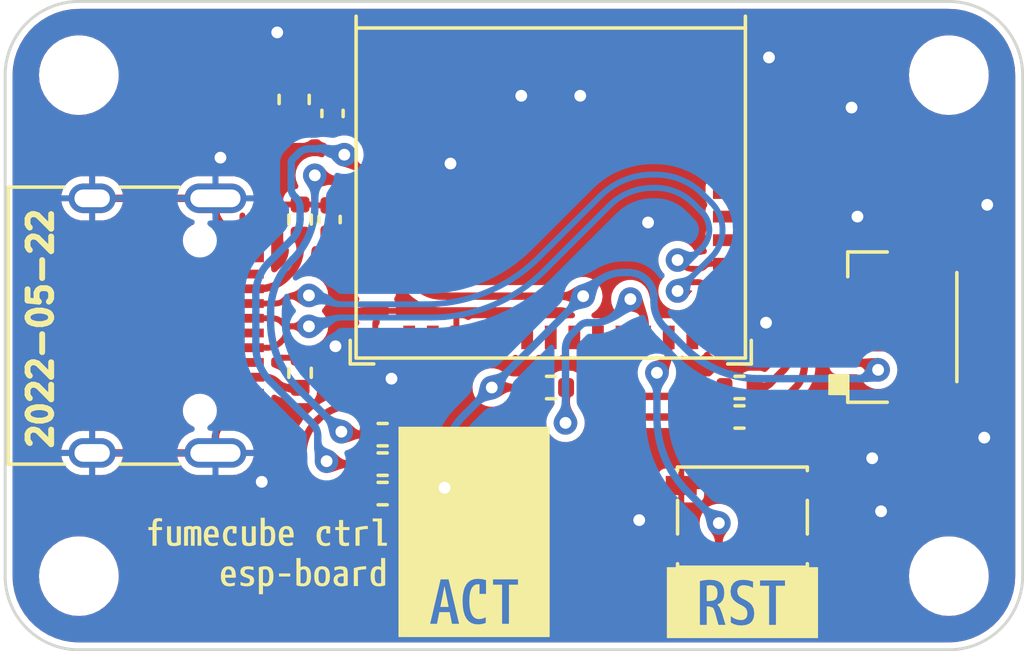
<source format=kicad_pcb>
(kicad_pcb (version 20221018) (generator pcbnew)
  (title_block (title "FumeCube-Ctrl") (date "2022-05-24") (rev "r1.0") (company "Greg Davill <greg.davill@gmail.com>") (comment 3 "OSHW: CERN OHL v1.2") (comment 4 "ESP board"))
  (layers (0 "F.Cu" signal) (31 "B.Cu" signal) (34 "B.Paste" user) (35 "F.Paste" user) (36 "B.SilkS" user "B.Silkscreen") (37 "F.SilkS" user "F.Silkscreen") (38 "B.Mask" user) (39 "F.Mask" user) (44 "Edge.Cuts" user))
  (net 0 "")
  (net 1 "GND")
  (net 2 "Net-(D1-Pad4)")
  (net 3 "Net-(D1-Pad3)")
  (net 4 "unconnected-(J1-PadA4)")
  (net 5 "+3V3")
  (net 6 "Net-(D1-Pad2)")
  (net 7 "Net-(J1-PadA5)")
  (net 8 "/enable")
  (net 9 "/pwm")
  (net 11 "Net-(J1-PadB5)")
  (net 13 "Net-(R4-Pad2)")
  (net 14 "Net-(R3-Pad2)")
  (net 15 "Net-(R5-Pad2)")
  (net 16 "Net-(R6-Pad2)")
  (net 17 "Net-(R7-Pad2)")
  (net 18 "Net-(R8-Pad2)")
  (net 19 "Net-(SW1-Pad2)")
  (net 40 "/dat_P")
  (net 41 "/dat_N")
  (footprint "lib:Hirose_FH34SRJ-6S-0.5SH_1x6-1MP_P0.50mm_Horizontal" (layer "F.Cu") (at 144 77 90)
    (fp_text reference "J3" hide)
    (fp_text value "Conn_01x06_MountingPin" hide)
  )
  (footprint "Capacitor_SMD:C_0402_1005Metric" (layer "F.Cu") (at 125.1 69.8 90)
    (fp_text reference "C2" hide)
    (fp_text value "100nF" hide)
  )
  (footprint "Resistor_SMD:R_0402_1005Metric" (layer "F.Cu") (at 126.8 82.700001 180)
    (fp_text reference "R5" hide)
    (fp_text value "470R" hide)
  )
  (footprint "MountingHole:MountingHole_2.2mm_M2_ISO7380" (layer "F.Cu") (at 146 85.5)
    (fp_text reference "H2" hide)
    (fp_text value "MountingHole_Pad" hide)
  )
  (footprint "MountingHole:MountingHole_2.2mm_M2_ISO7380" (layer "F.Cu") (at 116.5 68.5)
    (fp_text reference "H3" hide)
    (fp_text value "MountingHole_Pad" hide)
  )
  (footprint "lib:oshw_small" (layer "F.Cu") (at 120.375 69.65)
    (fp_text reference "G***" hide)
    (fp_text value "LOGO" hide)
  )
  (footprint "lib:gsd_logo_small" (layer "F.Cu") (at 120.75 67.525)
    (fp_text reference "G***" hide)
    (fp_text value "LOGO" hide)
  )
  (footprint "kibuzzard-628A1254" (layer "F.Cu") (at 122.9 84)
    (fp_text reference "kibuzzard-628A1254" hide)
    (fp_text value "G***" hide)
  )
  (footprint "Capacitor_SMD:C_0402_1005Metric" (layer "F.Cu") (at 125 73.4 90)
    (fp_text reference "C5" hide)
    (fp_text value "100nF" hide)
  )
  (footprint "Resistor_SMD:R_0402_1005Metric" (layer "F.Cu") (at 124 73.4 90)
    (fp_text reference "R2" hide)
    (fp_text value "5.1k" hide)
  )
  (footprint "MountingHole:MountingHole_2.2mm_M2_ISO7380" (layer "F.Cu") (at 146 68.5)
    (fp_text reference "H4" hide)
    (fp_text value "MountingHole_Pad" hide)
  )
  (footprint "Capacitor_SMD:C_0603_1608Metric" (layer "F.Cu") (at 123.8 69.325 90)
    (fp_text reference "C1" hide)
    (fp_text value "10uF" hide)
  )
  (footprint "Connector_USB:USB_C_Receptacle_HRO_TYPE-C-31-M-12" (layer "F.Cu") (at 118 77 -90)
    (fp_text reference "J1" hide)
    (fp_text value "USB_C_Receptacle_USB2.0" hide)
  )
  (footprint "kibuzzard-628A126A" (layer "F.Cu") (at 124.1 85.5)
    (fp_text reference "kibuzzard-628A126A" hide)
    (fp_text value "G***" hide)
  )
  (footprint "lib:ESP32-C3-MINI-1" (layer "F.Cu") (at 132.5 72.5)
    (fp_text reference "U1" hide)
    (fp_text value "ESP32-C3-MINI-1" hide)
  )
  (footprint "lib:0404LED_RGB" (layer "F.Cu") (at 129.9 83.5)
    (fp_text reference "D1" hide)
    (fp_text value "LED_ARGB" hide)
  )
  (footprint "Resistor_SMD:R_0402_1005Metric" (layer "F.Cu") (at 132.509999 79.1)
    (fp_text reference "R3" hide)
    (fp_text value "4.7k" hide)
  )
  (footprint "Button_Switch_SMD:SW_SPST_PTS810" (layer "F.Cu") (at 139 83.5)
    (fp_text reference "SW1" hide)
    (fp_text value "SW_DIP_x01" hide)
  )
  (footprint "Resistor_SMD:R_0402_1005Metric" (layer "F.Cu") (at 124 78.6 90)
    (fp_text reference "R1" hide)
    (fp_text value "5.1k" hide)
  )
  (footprint "Resistor_SMD:R_0402_1005Metric" (layer "F.Cu") (at 126.8 81.7 180)
    (fp_text reference "R8" hide)
    (fp_text value "470R" hide)
  )
  (footprint "kibuzzard-628A11E7" (layer "F.Cu") (at 139 86.4)
    (fp_text reference "kibuzzard-628A11E7" hide)
    (fp_text value "G***" hide)
  )
  (footprint "Resistor_SMD:R_0402_1005Metric" (layer "F.Cu") (at 138.9 79.1 180)
    (fp_text reference "R4" hide)
    (fp_text value "470R" hide)
  )
  (footprint "Resistor_SMD:R_0402_1005Metric" (layer "F.Cu") (at 126.8 80.7 180)
    (fp_text reference "R6" hide)
    (fp_text value "470R" hide)
  )
  (footprint "kibuzzard-628A1224" (layer "F.Cu") (at 129.9 84)
    (fp_text reference "kibuzzard-628A1224" hide)
    (fp_text value "G***" hide)
  )
  (footprint "MountingHole:MountingHole_2.2mm_M2_ISO7380" (layer "F.Cu") (at 116.5 85.5)
    (fp_text reference "H1" hide)
    (fp_text value "MountingHole_Pad" hide)
  )
  (footprint "Resistor_SMD:R_0402_1005Metric" (layer "F.Cu") (at 138.9 80.1 180)
    (fp_text reference "R7" hide)
    (fp_text value "470R" hide)
  )
  (gr_arc (start 114 68.5) (mid 114.732233 66.732233) (end 116.5 66) (stroke (width 0.1)) (layer "Edge.Cuts"))
  (gr_line (start 114 85.5) (end 114 68.5) (stroke (width 0.1)) (layer "Edge.Cuts"))
  (gr_arc (start 148.5 85.5) (mid 147.767767 87.267767) (end 146 88) (stroke (width 0.1)) (layer "Edge.Cuts"))
  (gr_arc (start 146 66) (mid 147.767767 66.732233) (end 148.5 68.5) (stroke (width 0.1)) (layer "Edge.Cuts"))
  (gr_line (start 116.5 66) (end 146 66) (stroke (width 0.1)) (layer "Edge.Cuts"))
  (gr_line (start 148.5 68.5) (end 148.5 85.5) (stroke (width 0.1)) (layer "Edge.Cuts"))
  (gr_arc (start 116.5 88) (mid 114.732233 87.267767) (end 114 85.5) (stroke (width 0.1)) (layer "Edge.Cuts"))
  (gr_line (start 146 88) (end 116.5 88) (stroke (width 0.1)) (layer "Edge.Cuts"))
  (gr_text "2022-05-22" (at 115.2 77.1 90) (layer "F.SilkS") (effects (font (size 0.8 0.8) (thickness 0.2))))
  (segment (start 120.805 72.68) (end 116.95 72.68) (width 0.25) (layer "F.Cu") (net 1))
  (segment (start 144.014644 77.75) (end 142.6 77.75) (width 0.25) (layer "F.Cu") (net 1))
  (segment (start 121.676274 80.25) (end 122.045 80.25) (width 0.25) (layer "F.Cu") (net 1))
  (segment (start 125.2 77.7) (end 125.325 77.575) (width 0.25) (layer "F.Cu") (net 1))
  (segment (start 125.2 77.7) (end 125.005 77.895) (width 0.25) (layer "F.Cu") (net 1))
  (segment (start 126.2 76.5) (end 126.6 76.5) (width 0.25) (layer "F.Cu") (net 1))
  (segment (start 121.13 73.005) (end 121.13 73.033015) (width 0.25) (layer "F.Cu") (net 1))
  (segment (start 125.517156 76.782842) (end 125.412132 76.887867) (width 0.25) (layer "F.Cu") (net 1))
  (segment (start 120.755 81.32) (end 116.95 81.32) (width 0.25) (layer "F.Cu") (net 1))
  (segment (start 125.626776 77.45) (end 126.55 77.45) (width 0.25) (layer "F.Cu") (net 1))
  (segment (start 142.6 75.75) (end 141.05 75.75) (width 0.25) (layer "F.Cu") (net 1))
  (segment (start 143.925 76.175) (end 144 76.1) (width 0.25) (layer "F.Cu") (net 1))
  (segment (start 144.075 77.725) (end 144.1 77.7) (width 0.25) (layer "F.Cu") (net 1))
  (segment (start 143.743933 76.25) (end 142.6 76.25) (width 0.25) (layer "F.Cu") (net 1))
  (segment (start 121.13 80.796274) (end 121.13 80.945) (width 0.25) (layer "F.Cu") (net 1))
  (segment (start 121.34 73.54) (end 121.374991 73.574991) (width 0.25) (layer "F.Cu") (net 1))
  (segment (start 124.534228 78.09) (end 124 78.09) (width 0.25) (layer "F.Cu") (net 1))
  (segment (start 136.925 82.425) (end 141.075 82.425) (width 0.25) (layer "F.Cu") (net 1))
  (segment (start 121.7975 73.75) (end 122.045 73.75) (width 0.25) (layer "F.Cu") (net 1))
  (segment (start 125.2 77.7) (end 125.2 77.4) (width 0.25) (layer "F.Cu") (net 1))
  (via (at 122.7 82.3) (size 0.8) (drill 0.4) (layers "F.Cu" "B.Cu") (net 1))
  (via (at 143.4 81.5) (size 0.8) (drill 0.4) (layers "F.Cu" "B.Cu") (net 1))
  (via (at 133.5 69.2) (size 0.8) (drill 0.4) (layers "F.Cu" "B.Cu") (net 1))
  (via (at 129.1 71.5) (size 0.8) (drill 0.4) (layers "F.Cu" "B.Cu") (net 1))
  (via (at 147.2 80.8) (size 0.8) (drill 0.4) (layers "F.Cu" "B.Cu") (net 1))
  (via (at 131.5 69.2) (size 0.8) (drill 0.4) (layers "F.Cu" "B.Cu") (net 1))
  (via (at 139.9 67.9) (size 0.8) (drill 0.4) (layers "F.Cu" "B.Cu") (net 1))
  (via (at 139.8 76.9) (size 0.8) (drill 0.4) (layers "F.Cu" "B.Cu") (net 1))
  (via (at 135.8 73.5) (size 0.8) (drill 0.4) (layers "F.Cu" "B.Cu") (net 1))
  (via (at 123.225 67.05) (size 0.8) (drill 0.4) (layers "F.Cu" "B.Cu") (net 1))
  (via (at 121.3 71.3) (size 0.8) (drill 0.4) (layers "F.Cu" "B.Cu") (net 1))
  (via (at 125.2 77.7) (size 0.8) (drill 0.4) (layers "F.Cu" "B.Cu") (net 1))
  (via (at 143.7 83.3) (size 0.8) (drill 0.4) (layers "F.Cu" "B.Cu") (net 1))
  (via (at 147.3 72.9) (size 0.8) (drill 0.4) (layers "F.Cu" "B.Cu") (net 1))
  (via (at 135.5 83.6) (size 0.8) (drill 0.4) (layers "F.Cu" "B.Cu") (net 1))
  (via (at 127.1 78.8) (size 0.8) (drill 0.4) (layers "F.Cu" "B.Cu") (net 1))
  (via (at 142.7 69.6) (size 0.8) (drill 0.4) (layers "F.Cu" "B.Cu") (net 1))
  (via (at 142.9 73.3) (size 0.8) (drill 0.4) (layers "F.Cu" "B.Cu") (net 1))
  (arc (start 121.13 80.945) (mid 121.020165 81.210165) (end 120.755 81.32) (width 0.25) (layer "F.Cu") (net 1))
  (arc (start 125.005 77.895) (mid 124.789008 78.039321) (end 124.534228 78.09) (width 0.25) (layer "F.Cu") (net 1))
  (arc (start 125.626776 77.45) (mid 125.463456 77.482486) (end 125.325 77.575) (width 0.25) (layer "F.Cu") (net 1))
  (arc (start 121.676274 80.25) (mid 121.467224 80.291582) (end 121.29 80.41) (width 0.25) (layer "F.Cu") (net 1))
  (arc (start 144.075 77.725) (mid 144.047308 77.743502) (end 144.014644 77.75) (width 0.25) (layer "F.Cu") (net 1))
  (arc (start 125.412132 76.887867) (mid 125.255131 77.122835) (end 125.2 77.4) (width 0.25) (layer "F.Cu") (net 1))
  (arc (start 121.374991 73.574991) (mid 121.568839 73.704516) (end 121.7975 73.75) (width 0.25) (layer "F.Cu") (net 1))
  (arc (start 121.29 80.41) (mid 121.171582 80.587224) (end 121.13 80.796274) (width 0.25) (layer "F.Cu") (net 1))
  (arc (start 143.925 76.175) (mid 143.841925 76.230508) (end 143.743933 76.25) (width 0.25) (layer "F.Cu") (net 1))
  (arc (start 121.13 73.033015) (mid 121.184577 73.307393) (end 121.34 73.54) (width 0.25) (layer "F.Cu") (net 1))
  (arc (start 121.13 73.005) (mid 121.034809 72.77519) (end 120.805 72.68) (width 0.25) (layer "F.Cu") (net 1))
  (arc (start 126.2 76.5) (mid 125.830447 76.573508) (end 125.517156 76.782842) (width 0.25) (layer "F.Cu") (net 1))
  (segment (start 128.645926 81.7) (end 127.31 81.7) (width 0.25) (layer "F.Cu") (net 2))
  (segment (start 130.030545 82.430545) (end 129.7625 82.1625) (width 0.25) (layer "F.Cu") (net 2))
  (segment (start 130.225 82.9) (end 130.225 83.175) (width 0.25) (layer "F.Cu") (net 2))
  (arc (start 129.7625 82.1625) (mid 129.250211 81.820199) (end 128.645926 81.7) (width 0.25) (layer "F.Cu") (net 2))
  (arc (start 130.030545 82.430545) (mid 130.174462 82.645932) (end 130.225 82.9) (width 0.25) (layer "F.Cu") (net 2))
  (segment (start 130.837499 83.662499) (end 130.834099 83.6659) (width 0.25) (layer "F.Cu") (net 3))
  (segment (start 128.05 80.95) (end 127.973241 80.873241) (width 0.25) (layer "F.Cu") (net 3))
  (segment (start 131 83.27019) (end 131 83.05) (width 0.25) (layer "F.Cu") (net 3))
  (segment (start 128.95 81.2) (end 128.653553 81.2) (width 0.25) (layer "F.Cu") (net 3))
  (segment (start 130.059619 81.659619) (end 130.681801 82.281801) (width 0.25) (layer "F.Cu") (net 3))
  (segment (start 130.45 83.825) (end 130.225 83.825) (width 0.25) (layer "F.Cu") (net 3))
  (segment (start 127.555 80.7) (end 127.31 80.7) (width 0.25) (layer "F.Cu") (net 3))
  (arc (start 128.05 80.95) (mid 128.326912 81.135027) (end 128.653553 81.2) (width 0.25) (layer "F.Cu") (net 3))
  (arc (start 130.059619 81.659619) (mid 129.550521 81.319451) (end 128.95 81.2) (width 0.25) (layer "F.Cu") (net 3))
  (arc (start 127.973241 80.873241) (mid 127.78135 80.745023) (end 127.555 80.7) (width 0.25) (layer "F.Cu") (net 3))
  (arc (start 130.834099 83.6659) (mid 130.657872 83.783651) (end 130.45 83.825) (width 0.25) (layer "F.Cu") (net 3))
  (arc (start 130.681801 82.281801) (mid 130.917302 82.634253) (end 131 83.05) (width 0.25) (layer "F.Cu") (net 3))
  (arc (start 131 83.27019) (mid 130.957767 83.482506) (end 130.837499 83.662499) (width 0.25) (layer "F.Cu") (net 3))
  (segment (start 121.6475 79.45) (end 122.045 79.45) (width 0.25) (layer "F.Cu") (net 4))
  (segment (start 121.5975 74.55) (end 122.045 74.55) (width 0.25) (layer "F.Cu") (net 4))
  (segment (start 119.9 76.683883) (end 119.9 77.145405) (width 0.25) (layer "F.Cu") (net 4))
  (segment (start 120.833569 74.86643) (end 120.525 75.175) (width 0.25) (layer "F.Cu") (net 4))
  (segment (start 120.968925 79.168925) (end 120.575 78.775) (width 0.25) (layer "F.Cu") (net 4))
  (arc (start 120.525 75.175) (mid 120.062432 75.867281) (end 119.9 76.683883) (width 0.25) (layer "F.Cu") (net 4))
  (arc (start 120.968925 79.168925) (mid 121.280257 79.37695) (end 121.6475 79.45) (width 0.25) (layer "F.Cu") (net 4))
  (arc (start 121.5975 74.55) (mid 121.184063 74.632237) (end 120.833569 74.86643) (width 0.25) (layer "F.Cu") (net 4))
  (arc (start 119.9 77.145405) (mid 120.075426 78.027335) (end 120.575 78.775) (width 0.25) (layer "F.Cu") (net 4))
  (segment (start 127.6 73.246446) (end 127.6 73.953553) (width 0.25) (layer "F.Cu") (net 5))
  (segment (start 125.114142 70.28) (end 125.69272 70.28) (width 0.25) (layer "F.Cu") (net 5))
  (segment (start 126.9 70.1) (end 126.917157 70.1) (width 0.25) (layer "F.Cu") (net 5))
  (segment (start 126.35 74.1) (end 126.155563 74.1) (width 0.25) (layer "F.Cu") (net 5))
  (segment (start 127.6 73.246446) (end 127.6 70.782842) (width 0.25) (layer "F.Cu") (net 5))
  (segment (start 126.85 74.1) (end 126.35 74.1) (width 0.25) (layer "F.Cu") (net 5))
  (segment (start 127.6 73.953553) (end 127.6 74.805025) (width 0.25) (layer "F.Cu") (net 5))
  (segment (start 124.641421 70.3) (end 125.065857 70.3) (width 0.25) (layer "F.Cu") (net 5))
  (segment (start 125.624436 73.88) (end 125 73.88) (width 0.25) (layer "F.Cu") (net 5))
  (segment (start 126.3 70.1) (end 126.127279 70.1) (width 0.25) (layer "F.Cu") (net 5))
  (segment (start 124.158578 70.1) (end 123.8 70.1) (width 0.25) (layer "F.Cu") (net 5))
  (segment (start 127.349999 73.849999) (end 127.276776 73.923223) (width 0.25) (layer "F.Cu") (net 5))
  (segment (start 143.173223 78.25) (end 142.6 78.25) (width 0.25) (layer "F.Cu") (net 5))
  (segment (start 126.9 70.1) (end 126.3 70.1) (width 0.25) (layer "F.Cu") (net 5))
  (segment (start 133.6 76) (end 128.794974 76) (width 0.25) (layer "F.Cu") (net 5))
  (segment (start 143.6 78.5) (end 143.475 78.375) (width 0.25) (layer "F.Cu") (net 5))
  (segment (start 130.5 79.1) (end 131.999999 79.1) (width 0.25) (layer "F.Cu") (net 5))
  (segment (start 128.9 82.5) (end 129.575 83.175) (width 0.25) (layer "F.Cu") (net 5))
  (via (at 128.9 82.5) (size 0.8) (drill 0.4) (layers "F.Cu" "B.Cu") (net 5))
  (via (at 133.6 76) (size 0.8) (drill 0.4) (layers "F.Cu" "B.Cu") (net 5))
  (via (at 143.6 78.5) (size 0.8) (drill 0.4) (layers "F.Cu" "B.Cu") (net 5))
  (via (at 130.5 79.1) (size 0.8) (drill 0.4) (layers "F.Cu" "B.Cu") (net 5))
  (arc (start 125.09 70.29) (mid 125.078923 70.297401) (end 125.065857 70.3) (width 0.25) (layer "F.Cu") (net 5))
  (arc (start 126.127279 70.1) (mid 126.009688 70.12339) (end 125.91 70.19) (width 0.25) (layer "F.Cu") (net 5))
  (arc (start 127.6 74.805025) (mid 127.690962 75.262322) (end 127.95 75.65) (width 0.25) (layer "F.Cu") (net 5))
  (arc (start 127.95 75.65) (mid 128.337677 75.909037) (end 128.794974 76) (width 0.25) (layer "F.Cu") (net 5))
  (arc (start 127.4 70.3) (mid 127.548021 70.521529) (end 127.6 70.782842) (width 0.25) (layer "F.Cu") (net 5))
  (arc (start 124.4 70.2) (mid 124.289234 70.125989) (end 124.158578 70.1) (width 0.25) (layer "F.Cu") (net 5))
  (arc (start 127.349999 73.849999) (mid 127.535026 73.573086) (end 127.6 73.246446) (width 0.25) (layer "F.Cu") (net 5))
  (arc (start 127.6 73.953553) (mid 127.509595 73.818253) (end 127.349999 73.849999) (width 0.25) (layer "F.Cu") (net 5))
  (arc (start 127.4 70.3) (mid 127.178469 70.151978) (end 126.917157 70.1) (width 0.25) (layer "F.Cu") (net 5))
  (arc (start 127.276776 73.923223) (mid 127.080969 74.054057) (end 126.85 74.1) (width 0.25) (layer "F.Cu") (net 5))
  (arc (start 125.89 73.99) (mid 125.768158 73.908588) (end 125.624436 73.88) (width 0.25) (layer "F.Cu") (net 5))
  (arc (start 125.89 73.99) (mid 126.011841 74.071411) (end 126.155563 74.1) (width 0.25) (layer "F.Cu") (net 5))
  (arc (start 125.114142 70.28) (mid 125.101076 70.282598) (end 125.09 70.29) (width 0.25) (layer "F.Cu") (net 5))
  (arc (start 125.91 70.19) (mid 125.810311 70.256609) (end 125.69272 70.28) (width 0.25) (layer "F.Cu") (net 5))
  (arc (start 124.4 70.2) (mid 124.510764 70.27401) (end 124.641421 70.3) (width 0.25) (layer "F.Cu") (net 5))
  (arc (start 143.475 78.375) (mid 143.336543 78.282486) (end 143.173223 78.25) (width 0.25) (layer "F.Cu") (net 5))
  (segment (start 143.6 78.5) (end 143.45 78.65) (width 0.25) (layer "B.Cu") (net 5))
  (segment (start 130.5 79.1) (end 133.6 76) (width 0.25) (layer "B.Cu") (net 5))
  (segment (start 137.05 77.75) (end 136.353553 77.053553) (width 0.25) (layer "B.Cu") (net 5))
  (segment (start 128.9 81.6) (end 128.9 82.5) (width 0.25) (layer "B.Cu") (net 5))
  (segment (start 134.95 75.2) (end 135.146446 75.2) (width 0.25) (layer "B.Cu") (net 5))
  (segment (start 129.536396 80.063603) (end 130.5 79.1) (width 0.25) (layer "B.Cu") (net 5))
  (segment (start 139.584924 78.8) (end 143.087867 78.8) (width 0.25) (layer "B.Cu") (net 5))
  (segment (start 136 76.053553) (end 136 76.2) (width 0.25) (layer "B.Cu") (net 5))
  (segment (start 134.011091 75.588908) (end 133.6 76) (width 0.25) (layer "B.Cu") (net 5))
  (arc (start 143.45 78.65) (mid 143.283852 78.761016) (end 143.087867 78.8) (width 0.25) (layer "B.Cu") (net 5))
  (arc (start 136 76.2) (mid 136.091885 76.661939) (end 136.353553 77.053553) (width 0.25) (layer "B.Cu") (net 5))
  (arc (start 129.536396 80.063603) (mid 129.065393 80.768508) (end 128.9 81.6) (width 0.25) (layer "B.Cu") (net 5))
  (arc (start 135.75 75.45) (mid 135.473087 75.264972) (end 135.146446 75.2) (width 0.25) (layer "B.Cu") (net 5))
  (arc (start 134.95 75.2) (mid 134.441866 75.301073) (end 134.011091 75.588908) (width 0.25) (layer "B.Cu") (net 5))
  (arc (start 137.05 77.75) (mid 138.213033 78.527113) (end 139.584924 78.8) (width 0.25) (layer "B.Cu") (net 5))
  (arc (start 135.75 75.45) (mid 135.935027 75.726912) (end 136 76.053553) (width 0.25) (layer "B.Cu") (net 5))
  (segment (start 127.655 82.700001) (end 127.31 82.700001) (width 0.25) (layer "F.Cu") (net 6))
  (segment (start 129.35 83.825) (end 129.575 83.825) (width 0.25) (layer "F.Cu") (net 6))
  (segment (start 128.243953 82.943953) (end 128.9659 83.6659) (width 0.25) (layer "F.Cu") (net 6))
  (arc (start 128.243953 82.943953) (mid 127.973739 82.763402) (end 127.655 82.700001) (width 0.25) (layer "F.Cu") (net 6))
  (arc (start 128.9659 83.6659) (mid 129.142126 83.783651) (end 129.35 83.825) (width 0.25) (layer "F.Cu") (net 6))
  (segment (start 123.540676 75.359323) (end 123.649982 75.250017) (width 0.25) (layer "F.Cu") (net 7))
  (segment (start 124 74.405) (end 124 73.91) (width 0.25) (layer "F.Cu") (net 7))
  (segment (start 122.5975 75.75) (end 122.045 75.75) (width 0.25) (layer "F.Cu") (net 7))
  (arc (start 124 74.405) (mid 123.909033 74.86232) (end 123.649982 75.250017) (width 0.25) (layer "F.Cu") (net 7))
  (arc (start 123.540676 75.359323) (mid 123.107943 75.648466) (end 122.5975 75.75) (width 0.25) (layer "F.Cu") (net 7))
  (segment (start 139.937885 79.962114) (end 140.781801 79.118198) (width 0.25) (layer "F.Cu") (net 8))
  (segment (start 142.175 77.25) (end 142.6 77.25) (width 0.25) (layer "F.Cu") (net 8))
  (segment (start 139.605 80.1) (end 139.41 80.1) (width 0.25) (layer "F.Cu") (net 8))
  (segment (start 141.449479 77.550519) (end 141.418198 77.581801) (width 0.25) (layer "F.Cu") (net 8))
  (arc (start 139.937885 79.962114) (mid 139.785156 80.064164) (end 139.605 80.1) (width 0.25) (layer "F.Cu") (net 8))
  (arc (start 141.1 78.35) (mid 141.017302 78.765745) (end 140.781801 79.118198) (width 0.25) (layer "F.Cu") (net 8))
  (arc (start 141.418198 77.581801) (mid 141.182696 77.934253) (end 141.1 78.35) (width 0.25) (layer "F.Cu") (net 8))
  (arc (start 142.175 77.25) (mid 141.782351 77.328102) (end 141.449479 77.550519) (width 0.25) (layer "F.Cu") (net 8))
  (segment (start 139.605 79.1) (end 139.41 79.1) (width 0.25) (layer "F.Cu") (net 9))
  (segment (start 140.387867 78.512131) (end 139.937885 78.962114) (width 0.25) (layer "F.Cu") (net 9))
  (segment (start 142.075 76.75) (end 142.6 76.75) (width 0.25) (layer "F.Cu") (net 9))
  (segment (start 141.178768 77.12123) (end 140.812132 77.487867) (width 0.25) (layer "F.Cu") (net 9))
  (arc (start 139.937885 78.962114) (mid 139.785156 79.064164) (end 139.605 79.1) (width 0.25) (layer "F.Cu") (net 9))
  (arc (start 140.6 78) (mid 140.544868 78.277163) (end 140.387867 78.512131) (width 0.25) (layer "F.Cu") (net 9))
  (arc (start 142.075 76.75) (mid 141.589962 76.846479) (end 141.178768 77.12123) (width 0.25) (layer "F.Cu") (net 9))
  (arc (start 140.812132 77.487867) (mid 140.655131 77.722835) (end 140.6 78) (width 0.25) (layer "F.Cu") (net 9))
  (segment (start 122.795441 78.75) (end 122.045 78.75) (width 0.25) (layer "F.Cu") (net 11))
  (segment (start 123.664558 79.11) (end 124 79.11) (width 0.25) (layer "F.Cu") (net 11))
  (arc (start 123.23 78.93) (mid 123.030622 78.79678) (end 122.795441 78.75) (width 0.25) (layer "F.Cu") (net 11))
  (arc (start 123.23 78.93) (mid 123.429376 79.063219) (end 123.664558 79.11) (width 0.25) (layer "F.Cu") (net 11))
  (segment (start 135.753553 79.4) (end 137.087867 79.4) (width 0.25) (layer "F.Cu") (net 13))
  (segment (start 134.9 78.546446) (end 134.9 77.4) (width 0.25) (layer "F.Cu") (net 13))
  (segment (start 137.812132 79.1) (end 138.39 79.1) (width 0.25) (layer "F.Cu") (net 13))
  (arc (start 134.9 78.546446) (mid 134.964972 78.873087) (end 135.15 79.15) (width 0.25) (layer "F.Cu") (net 13))
  (arc (start 137.45 79.25) (mid 137.283852 79.361016) (end 137.087867 79.4) (width 0.25) (layer "F.Cu") (net 13))
  (arc (start 137.812132 79.1) (mid 137.616147 79.138983) (end 137.45 79.25) (width 0.25) (layer "F.Cu") (net 13))
  (arc (start 135.15 79.15) (mid 135.426912 79.335027) (end 135.753553 79.4) (width 0.25) (layer "F.Cu") (net 13))
  (segment (start 133 80.3) (end 133.009999 80.29) (width 0.25) (layer "F.Cu") (net 14))
  (segment (start 133.019999 80.265859) (end 133.019999 79.1) (width 0.25) (layer "F.Cu") (net 14))
  (segment (start 135.7 76.953553) (end 135.7 77.4) (width 0.25) (layer "F.Cu") (net 14))
  (segment (start 135.45 76.35) (end 135.2 76.1) (width 0.25) (layer "F.Cu") (net 14))
  (via (at 133 80.3) (size 0.8) (drill 0.4) (layers "F.Cu" "B.Cu") (net 14))
  (via (at 135.2 76.1) (size 0.8) (drill 0.4) (layers "F.Cu" "B.Cu") (net 14))
  (arc (start 135.45 76.35) (mid 135.635027 76.626912) (end 135.7 76.953553) (width 0.25) (layer "F.Cu") (net 14))
  (arc (start 133.019999 80.265859) (mid 133.0174 80.278924) (end 133.009999 80.29) (width 0.25) (layer "F.Cu") (net 14))
  (segment (start 134 76.9) (end 133.741421 76.9) (width 0.25) (layer "B.Cu") (net 14))
  (segment (start 133.5 77) (end 133.3 77.2) (width 0.25) (layer "B.Cu") (net 14))
  (segment (start 133 80.3) (end 133 77.782842) (width 0.25) (layer "B.Cu") (net 14))
  (segment (start 133.3 77.2) (end 133.2 77.3) (width 0.25) (layer "B.Cu") (net 14))
  (segment (start 134.682842 76.617157) (end 135.2 76.1) (width 0.25) (layer "B.Cu") (net 14))
  (arc (start 134.682842 76.617157) (mid 134.369551 76.826491) (end 134 76.9) (width 0.25) (layer "B.Cu") (net 14))
  (arc (start 133.2 77.3) (mid 133.051978 77.521529) (end 133 77.782842) (width 0.25) (layer "B.Cu") (net 14))
  (arc (start 133.741421 76.9) (mid 133.610764 76.925989) (end 133.5 77) (width 0.25) (layer "B.Cu") (net 14))
  (segment (start 127.9 78.341421) (end 127.9 78.846446) (width 0.25) (layer "F.Cu") (net 15))
  (segment (start 127.046446 79.7) (end 125.807106 79.7) (width 0.25) (layer "F.Cu") (net 15))
  (segment (start 124.1 81.35) (end 124.1 81.505024) (width 0.25) (layer "F.Cu") (net 15))
  (segment (start 127.7 77.858578) (end 127.7 77.4) (width 0.25) (layer "F.Cu") (net 15))
  (segment (start 125.294976 82.700001) (end 126.29 82.700001) (width 0.25) (layer "F.Cu") (net 15))
  (segment (start 124.559619 80.24038) (end 124.6 80.2) (width 0.25) (layer "F.Cu") (net 15))
  (arc (start 127.65 79.45) (mid 127.373087 79.635027) (end 127.046446 79.7) (width 0.25) (layer "F.Cu") (net 15))
  (arc (start 124.45 82.35) (mid 124.837678 82.609038) (end 125.294976 82.700001) (width 0.25) (layer "F.Cu") (net 15))
  (arc (start 125.807106 79.7) (mid 125.153825 79.829945) (end 124.6 80.2) (width 0.25) (layer "F.Cu") (net 15))
  (arc (start 127.7 77.858578) (mid 127.725989 77.989234) (end 127.8 78.1) (width 0.25) (layer "F.Cu") (net 15))
  (arc (start 124.1 81.505024) (mid 124.190962 81.962321) (end 124.45 82.35) (width 0.25) (layer "F.Cu") (net 15))
  (arc (start 127.9 78.846446) (mid 127.835027 79.173087) (end 127.65 79.45) (width 0.25) (layer "F.Cu") (net 15))
  (arc (start 124.559619 80.24038) (mid 124.219451 80.749478) (end 124.1 81.35) (width 0.25) (layer "F.Cu") (net 15))
  (arc (start 127.8 78.1) (mid 127.87401 78.210764) (end 127.9 78.341421) (width 0.25) (layer "F.Cu") (net 15))
  (segment (start 125.57071 80.7) (end 126.29 80.7) (width 0.25) (layer "F.Cu") (net 16))
  (segment (start 124.6 72) (end 124.5 71.9) (width 0.25) (layer "F.Cu") (net 16))
  (segment (start 126.182842 72.5) (end 126.6 72.5) (width 0.25) (layer "F.Cu") (net 16))
  (segment (start 124.841421 72.1) (end 125.217157 72.1) (width 0.25) (layer "F.Cu") (net 16))
  (segment (start 125.45 80.65) (end 125.4 80.6) (width 0.25) (layer "F.Cu") (net 16))
  (via (at 124.5 71.9) (size 0.8) (drill 0.4) (layers "F.Cu" "B.Cu") (net 16))
  (via (at 125.4 80.6) (size 0.8) (drill 0.4) (layers "F.Cu" "B.Cu") (net 16))
  (arc (start 125.7 72.3) (mid 125.921529 72.448021) (end 126.182842 72.5) (width 0.25) (layer "F.Cu") (net 16))
  (arc (start 124.6 72) (mid 124.710764 72.07401) (end 124.841421 72.1) (width 0.25) (layer "F.Cu") (net 16))
  (arc (start 125.7 72.3) (mid 125.478469 72.151978) (end 125.217157 72.1) (width 0.25) (layer "F.Cu") (net 16))
  (arc (start 125.45 80.65) (mid 125.505382 80.687005) (end 125.57071 80.7) (width 0.25) (layer "F.Cu") (net 16))
  (segment (start 124.5 72.95) (end 124.5 71.9) (width 0.25) (layer "B.Cu") (net 16))
  (segment (start 123 76.56066) (end 123 76.85) (width 0.25) (layer "B.Cu") (net 16))
  (segment (start 123.954594 79.154594) (end 125.4 80.6) (width 0.25) (layer "B.Cu") (net 16))
  (segment (start 123.749999 74.749999) (end 123.757537 74.742462) (width 0.25) (layer "B.Cu") (net 16))
  (arc (start 123.749999 74.749999) (mid 123.194918 75.580737) (end 123 76.56066) (width 0.25) (layer "B.Cu") (net 16))
  (arc (start 124.5 72.95) (mid 124.30704 73.920073) (end 123.757537 74.742462) (width 0.25) (layer "B.Cu") (net 16))
  (arc (start 123 76.85) (mid 123.24809 78.097237) (end 123.954594 79.154594) (width 0.25) (layer "B.Cu") (net 16))
  (segment (start 134.1 78.563603) (end 134.1 77.4) (width 0.25) (layer "F.Cu") (net 17))
  (segment (start 135.636396 80.1) (end 138.39 80.1) (width 0.25) (layer "F.Cu") (net 17))
  (arc (start 134.55 79.65) (mid 135.048442 79.983048) (end 135.636396 80.1) (width 0.25) (layer "F.Cu") (net 17))
  (arc (start 134.1 78.563603) (mid 134.216951 79.151556) (end 134.55 79.65) (width 0.25) (layer "F.Cu") (net 17))
  (segment (start 126.3 71.7) (end 126.6 71.7) (width 0.25) (layer "F.Cu") (net 18))
  (segment (start 125.07071 81.7) (end 126.29 81.7) (width 0.25) (layer "F.Cu") (net 18))
  (segment (start 124.9 81.6) (end 124.95 81.65) (width 0.25) (layer "F.Cu") (net 18))
  (segment (start 125.5 71.2) (end 125.787867 71.487867) (width 0.25) (layer "F.Cu") (net 18))
  (via (at 124.9 81.6) (size 0.8) (drill 0.4) (layers "F.Cu" "B.Cu") (net 18))
  (via (at 125.5 71.2) (size 0.8) (drill 0.4) (layers "F.Cu" "B.Cu") (net 18))
  (arc (start 124.95 81.65) (mid 125.005382 81.687005) (end 125.07071 81.7) (width 0.25) (layer "F.Cu") (net 18))
  (arc (start 125.787867 71.487867) (mid 126.022835 71.644868) (end 126.3 71.7) (width 0.25) (layer "F.Cu") (net 18))
  (segment (start 122.95 74.85) (end 123.1 74.7) (width 0.25) (layer "B.Cu") (net 18))
  (segment (start 123.95 71.15) (end 123.85 71.25) (width 0.25) (layer "B.Cu") (net 18))
  (segment (start 123.85 71.25) (end 123.75 71.35) (width 0.25) (layer "B.Cu") (net 18))
  (segment (start 123.7 72.05) (end 123.7 71.47071) (width 0.25) (layer "B.Cu") (net 18))
  (segment (start 123.806066 72.606066) (end 123.85 72.65) (width 0.25) (layer "B.Cu") (net 18))
  (segment (start 124.9 81.6) (end 124.706066 81.406066) (width 0.25) (layer "B.Cu") (net 18))
  (segment (start 123.7 74.1) (end 123.1 74.7) (width 0.25) (layer "B.Cu") (net 18))
  (segment (start 123.7 72.05) (end 123.7 72.35) (width 0.25) (layer "B.Cu") (net 18))
  (segment (start 122.5 76.3) (end 122.5 75.936396) (width 0.25) (layer "B.Cu") (net 18))
  (segment (start 124 79.9) (end 124.4 80.3) (width 0.25) (layer "B.Cu") (net 18))
  (segment (start 122.5 76.3) (end 122.5 77.7) (width 0.25) (layer "B.Cu") (net 18))
  (segment (start 124.6 80.75) (end 124.6 80.85) (width 0.25) (layer "B.Cu") (net 18))
  (segment (start 124 73.375735) (end 124 73.012132) (width 0.25) (layer "B.Cu") (net 18))
  (segment (start 124.4 80.3) (end 124.423223 80.323223) (width 0.25) (layer "B.Cu") (net 18))
  (segment (start 124.6 80.85) (end 124.6 81.15) (width 0.25) (layer "B.Cu") (net 18))
  (segment (start 124 79.9) (end 122.994974 78.894974) (width 0.25) (layer "B.Cu") (net 18))
  (segment (start 124.312132 71) (end 124.658578 71) (width 0.25) (layer "B.Cu") (net 18))
  (segment (start 125.141421 71.2) (end 125.5 71.2) (width 0.25) (layer "B.Cu") (net 18))
  (arc (start 122.95 74.85) (mid 122.616951 75.348442) (end 122.5 75.936396) (width 0.25) (layer "B.Cu") (net 18))
  (arc (start 124.312132 71) (mid 124.116147 71.038983) (end 123.95 71.15) (width 0.25) (layer "B.Cu") (net 18))
  (arc (start 124.423223 80.323223) (mid 124.554057 80.51903) (end 124.6 80.75) (width 0.25) (layer "B.Cu") (net 18))
  (arc (start 123.7 72.35) (mid 123.727565 72.488581) (end 123.806066 72.606066) (width 0.25) (layer "B.Cu") (net 18))
  (arc (start 124.9 71.1) (mid 124.789234 71.025989) (end 124.658578 71) (width 0.25) (layer "B.Cu") (net 18))
  (arc (start 123.85 72.65) (mid 123.961016 72.816147) (end 124 73.012132) (width 0.25) (layer "B.Cu") (net 18))
  (arc (start 122.5 77.7) (mid 122.628639 78.346715) (end 122.994974 78.894974) (width 0.25) (layer "B.Cu") (net 18))
  (arc (start 124.6 81.15) (mid 124.627565 81.288581) (end 124.706066 81.406066) (width 0.25) (layer "B.Cu") (net 18))
  (arc (start 124.9 71.1) (mid 125.010764 71.17401) (end 125.141421 71.2) (width 0.25) (layer "B.Cu") (net 18))
  (arc (start 124 73.375735) (mid 123.922032 73.767704) (end 123.7 74.1) (width 0.25) (layer "B.Cu") (net 18))
  (arc (start 123.75 71.35) (mid 123.712994 71.405382) (end 123.7 71.47071) (width 0.25) (layer "B.Cu") (net 18))
  (segment (start 138.071966 84.575) (end 137.525 84.575) (width 0.25) (layer "F.Cu") (net 19))
  (segment (start 136.1 78.6) (end 136.3 78.4) (width 0.25) (layer "F.Cu") (net 19))
  (segment (start 136.5 77.917157) (end 136.5 77.4) (width 0.25) (layer "F.Cu") (net 19))
  (segment (start 137.525 84.575) (end 141.075 84.575) (width 0.25) (layer "F.Cu") (net 19))
  (segment (start 138.2 83.7) (end 138.2 84.446966) (width 0.25) (layer "F.Cu") (net 19))
  (via (at 136.1 78.6) (size 0.8) (drill 0.4) (layers "F.Cu" "B.Cu") (net 19))
  (via (at 138.2 83.7) (size 0.8) (drill 0.4) (layers "F.Cu" "B.Cu") (net 19))
  (arc (start 136.5 77.917157) (mid 136.448021 78.178469) (end 136.3 78.4) (width 0.25) (layer "F.Cu") (net 19))
  (arc (start 137.525 84.575) (mid 137.525 84.575) (end 137.525 84.575) (width 0.25) (layer "F.Cu") (net 19))
  (segment (start 136.1 80.115075) (end 136.1 78.6) (width 0.25) (layer "B.Cu") (net 19))
  (segment (start 138.2 83.7) (end 137.15 82.65) (width 0.25) (layer "B.Cu") (net 19))
  (arc (start 136.1 80.115075) (mid 136.372886 81.486966) (end 137.15 82.65) (width 0.25) (layer "B.Cu") (net 19))
  (segment (start 123.7 77.025) (end 124.3 77.025) (width 0.2) (layer "F.Cu") (net 40))
  (segment (start 137.501255 75.074999) (end 137.31213 75.074999) (width 0.2) (layer "F.Cu") (net 40))
  (segment (start 123.337499 77.562499) (end 123.401256 77.498743) (width 0.2) (layer "F.Cu") (net 40))
  (segment (start 122.884834 77.75) (end 122.045 77.75) (width 0.2) (layer "F.Cu") (net 40))
  (segment (start 123.3875 76.8875) (end 123.401256 76.901256) (width 0.2) (layer "F.Cu") (net 40))
  (segment (start 123.055545 76.75) (end 122.045 76.75) (width 0.2) (layer "F.Cu") (net 40))
  (segment (start 136.8 74.775) (end 136.949999 74.924999) (width 0.2) (layer "F.Cu") (net 40))
  (segment (start 137.923742 74.9) (end 138.4 74.9) (width 0.2) (layer "F.Cu") (net 40))
  (via (at 136.8 74.775) (size 0.8) (drill 0.4) (layers "F.Cu" "B.Cu") (net 40))
  (via (at 124.3 77.025) (size 0.8) (drill 0.4) (layers "F.Cu" "B.Cu") (net 40))
  (arc (start 137.923742 74.9) (mid 137.809418 74.92274) (end 137.712499 74.9875) (width 0.2) (layer "F.Cu") (net 40))
  (arc (start 123.525 77.2) (mid 123.492839 77.038321) (end 123.401256 76.901256) (width 0.2) (layer "F.Cu") (net 40))
  (arc (start 123.401256 76.901256) (mid 123.538321 76.992839) (end 123.7 77.025) (width 0.2) (layer "F.Cu") (net 40))
  (arc (start 136.949999 74.924999) (mid 137.116146 75.036015) (end 137.31213 75.074999) (width 0.2) (layer "F.Cu") (net 40))
  (arc (start 123.337499 77.562499) (mid 123.129815 77.70127) (end 122.884834 77.75) (width 0.2) (layer "F.Cu") (net 40))
  (arc (start 123.7 77.025) (mid 123.576256 77.076256) (end 123.525 77.2) (width 0.2) (layer "F.Cu") (net 40))
  (arc (start 123.3875 76.8875) (mid 123.235197 76.785735) (end 123.055545 76.75) (width 0.2) (layer "F.Cu") (net 40))
  (arc (start 123.525 77.2) (mid 123.492839 77.361678) (end 123.401256 77.498743) (width 0.2) (layer "F.Cu") (net 40))
  (arc (start 137.501255 75.074999) (mid 137.615579 75.052259) (end 137.712499 74.9875) (width 0.2) (layer "F.Cu") (net 40))
  (segment (start 136.051468 72.325) (end 135.95 72.325) (width 0.2) (layer "B.Cu") (net 40))
  (segment (start 137.620298 74.368303) (end 137.359833 74.628769) (width 0.2) (layer "B.Cu") (net 40))
  (segment (start 124.662868 77.025) (end 124.3 77.025) (width 0.2) (layer "B.Cu") (net 40))
  (segment (start 137.620299 73.138499) (end 137.3409 72.8591) (width 0.2) (layer "B.Cu") (net 40))
  (segment (start 132.286991 75.131208) (end 134.48735 72.930849) (width 0.2) (layer "B.Cu") (net 40))
  (segment (start 137.006801 74.775) (end 136.8 74.775) (width 0.2) (layer "B.Cu") (net 40))
  (segment (start 128.439235 76.725001) (end 125.38713 76.725001) (width 0.2) (layer "B.Cu") (net 40))
  (arc (start 137.359833 74.628769) (mid 137.19786 74.736995) (end 137.006801 74.775) (width 0.2) (layer "B.Cu") (net 40))
  (arc (start 125.024999 76.875) (mid 124.858852 76.986016) (end 124.662868 77.025) (width 0.2) (layer "B.Cu") (net 40))
  (arc (start 137.620299 73.138499) (mid 137.808805 73.420618) (end 137.875 73.753401) (width 0.2) (layer "B.Cu") (net 40))
  (arc (start 135.95 72.325) (mid 135.158419 72.482455) (end 134.48735 72.930849) (width 0.2) (layer "B.Cu") (net 40))
  (arc (start 125.38713 76.725001) (mid 125.191146 76.763984) (end 125.024999 76.875) (width 0.2) (layer "B.Cu") (net 40))
  (arc (start 132.286991 75.131208) (mid 130.521625 76.310787) (end 128.439235 76.725001) (width 0.2) (layer "B.Cu") (net 40))
  (arc (start 137.3409 72.8591) (mid 136.749303 72.463808) (end 136.051468 72.325) (width 0.2) (layer "B.Cu") (net 40))
  (arc (start 137.875 73.753401) (mid 137.808805 74.086183) (end 137.620298 74.368303) (width 0.2) (layer "B.Cu") (net 40))
  (segment (start 120.926776 77.25) (end 122.045 77.25) (width 0.2) (layer "F.Cu") (net 41))
  (segment (start 137.501255 75.525) (end 137.31213 75.525) (width 0.2) (layer "F.Cu") (net 41))
  (segment (start 121.4475 76.25) (end 121.097487 76.25) (width 0.2) (layer "F.Cu") (net 41))
  (segment (start 136.949999 75.675) (end 136.8 75.825) (width 0.2) (layer "F.Cu") (net 41))
  (segment (start 120.5 76.8) (end 120.5 76.823223) (width 0.2) (layer "F.Cu") (net 41))
  (segment (start 137.923742 75.7) (end 138.4 75.7) (width 0.2) (layer "F.Cu") (net 41))
  (segment (start 122.6425 76.25) (end 123.155545 76.25) (width 0.2) (layer "F.Cu") (net 41))
  (segment (start 123.819454 75.975) (end 124.3 75.975) (width 0.2) (layer "F.Cu") (net 41))
  (segment (start 120.641421 76.458578) (end 120.675 76.425) (width 0.2) (layer "F.Cu") (net 41))
  (segment (start 122.6425 76.25) (end 121.4475 76.25) (width 0.2) (layer "F.Cu") (net 41))
  (via (at 124.3 75.975) (size 0.8) (drill 0.4) (layers "F.Cu" "B.Cu") (net 41))
  (via (at 136.8 75.825) (size 0.8) (drill 0.4) (layers "F.Cu" "B.Cu") (net 41))
  (arc (start 123.4875 76.1125) (mid 123.335197 76.214264) (end 123.155545 76.25) (width 0.2) (layer "F.Cu") (net 41))
  (arc (start 120.641421 76.458578) (mid 120.536754 76.615223) (end 120.5 76.8) (width 0.2) (layer "F.Cu") (net 41))
  (arc (start 123.819454 75.975) (mid 123.639801 76.010735) (end 123.4875 76.1125) (width 0.2) (layer "F.Cu") (net 41))
  (arc (start 121.097487 76.25) (mid 120.868838 76.295481) (end 120.675 76.425) (width 0.2) (layer "F.Cu") (net 41))
  (arc (start 137.31213 75.525) (mid 137.116146 75.563984) (end 136.949999 75.675) (width 0.2) (layer "F.Cu") (net 41))
  (arc (start 120.5 76.823223) (mid 120.532486 76.986543) (end 120.625 77.125) (width 0.2) (layer "F.Cu") (net 41))
  (arc (start 137.712499 75.6125) (mid 137.809418 75.677259) (end 137.923742 75.7) (width 0.2) (layer "F.Cu") (net 41))
  (arc (start 137.712499 75.6125) (mid 137.615579 75.54774) (end 137.501255 75.525) (width 0.2) (layer "F.Cu") (net 41))
  (arc (start 120.625 77.125) (mid 120.763456 77.217513) (end 120.926776 77.25) (width 0.2) (layer "F.Cu") (net 41))
  (segment (start 135.95 71.875) (end 136.051475 71.875) (width 0.2) (layer "B.Cu") (net 41))
  (segment (start 137.938495 72.820295) (end 137.6591 72.5409) (width 0.2) (layer "B.Cu") (net 41))
  (segment (start 137.938495 74.686504) (end 136.8 75.825) (width 0.2) (layer "B.Cu") (net 41))
  (segment (start 132.100593 74.681206) (end 134.169146 72.612653) (width 0.2) (layer "B.Cu") (net 41))
  (segment (start 124.662868 75.975) (end 124.3 75.975) (width 0.2) (layer "B.Cu") (net 41))
  (segment (start 125.38713 76.274999) (end 128.252837 76.274999) (width 0.2) (layer "B.Cu") (net 41))
  (arc (start 137.938495 72.820295) (mid 138.22455 73.248407) (end 138.325 73.7534) (width 0.2) (layer "B.Cu") (net 41))
  (arc (start 132.100593 74.681206) (mid 130.335227 75.860785) (end 128.252837 76.274999) (width 0.2) (layer "B.Cu") (net 41))
  (arc (start 135.95 71.875) (mid 134.986208 72.066709) (end 134.169146 72.612653) (width 0.2) (layer "B.Cu") (net 41))
  (arc (start 138.325 73.7534) (mid 138.22455 74.258392) (end 137.938495 74.686504) (width 0.2) (layer "B.Cu") (net 41))
  (arc (start 125.024999 76.124999) (mid 125.191146 76.236015) (end 125.38713 76.274999) (width 0.2) (layer "B.Cu") (net 41))
  (arc (start 125.024999 76.124999) (mid 124.858852 76.013983) (end 124.662868 75.975) (width 0.2) (layer "B.Cu") (net 41))
  (arc (start 137.6591 72.5409) (mid 136.921515 72.048061) (end 136.051475 71.875) (width 0.2) (layer "B.Cu") (net 41))
  (zone (net 40) (net_name "/dat_P") (layer "F.Cu") (priority 16962) (connect_pads yes (clearance 0)) (min_thickness 0.0254) (fill yes (thermal_gap 0.508) (thermal_bridge_width 0.508))
    (polygon (pts (xy 122.335 77.65) (xy 122.303023 77.649956) (xy 122.274867 77.649689) (xy 122.24989 77.648994) (xy 122.227455 77.647668) (xy 122.20692 77.645505) (xy 122.187647 77.642302) (xy 122.168997 77.637854) (xy 122.150328 77.631957) (xy 122.131004 77.624407) (xy 122.110383 77.615) (xy 121.97 77.75) (xy 122.110383 77.885) (xy 122.131004 77.875592) (xy 122.150328 77.868042) (xy 122.168997 77.862145) (xy 122.187647 77.857697) (xy 122.20692 77.854494) (xy 122.227455 77.852331) (xy 122.24989 77.851005) (xy 122.274867 77.85031) (xy 122.303023 77.850043) (xy 122.335 77.85)))
  )
  (zone (net 5) (net_name "+3V3") (layer "F.Cu") (priority 16962) (connect_pads yes (clearance 0)) (min_thickness 0.0254) (fill yes (thermal_gap 0.508) (thermal_bridge_width 0.508))
    (polygon (pts (xy 125.55 73.755) (xy 125.488223 73.753596) (xy 125.435585 73.749444) (xy 125.390239 73.742634) (xy 125.350341 73.733253) (xy 125.314046 73.721393) (xy 125.279509 73.70714) (xy 125.244886 73.690586) (xy 125.208331 73.671818) (xy 125.168 73.650926) (xy 125.122049 73.628) (xy 124.86 73.88) (xy 125.122049 74.132) (xy 125.168 74.109073) (xy 125.208331 74.088181) (xy 125.244886 74.069413) (xy 125.279509 74.052859) (xy 125.314046 74.038606) (xy 125.350341 74.026746) (xy 125.390239 74.017365) (xy 125.435585 74.010555) (xy 125.488223 74.006403) (xy 125.55 74.005)))
  )
  (zone (net 14) (net_name "Net-(R3-Pad2)") (layer "F.Cu") (priority 16962) (connect_pads yes (clearance 0)) (min_thickness 0.0254) (fill yes (thermal_gap 0.508) (thermal_bridge_width 0.508))
    (polygon (pts (xy 132.894999 79.495859) (xy 132.891764 79.586483) (xy 132.882406 79.662459) (xy 132.86744 79.726828) (xy 132.847384 79.782634) (xy 132.822752 79.83292) (xy 132.794063 79.880729) (xy 132.761833 79.929105) (xy 132.726577 79.981091) (xy 132.688813 80.03973) (xy 132.649058 80.108065) (xy 132.990116 80.499755) (xy 133.368177 80.143651) (xy 133.334122 80.069283) (xy 133.301026 80.005695) (xy 133.269507 79.949643) (xy 133.240185 79.897884) (xy 133.213677 79.847175) (xy 133.190602 79.794271) (xy 133.171578 79.735931) (xy 133.157224 79.668911) (xy 133.148158 79.589968) (xy 133.144999 79.495859)))
  )
  (zone (net 13) (net_name "Net-(R4-Pad2)") (layer "F.Cu") (priority 16962) (connect_pads yes (clearance 0)) (min_thickness 0.0254) (fill yes (thermal_gap 0.508) (thermal_bridge_width 0.508))
    (polygon (pts (xy 137.86 79.225) (xy 137.919411 79.22625) (xy 137.970144 79.229969) (xy 138.01394 79.236111) (xy 138.052536 79.244629) (xy 138.087672 79.255476) (xy 138.121086 79.268604) (xy 138.154518 79.283967) (xy 138.189706 79.301519) (xy 138.228391 79.321212) (xy 138.27231 79.343) (xy 138.525 79.1) (xy 138.27231 78.857) (xy 138.228391 78.878787) (xy 138.189706 78.89848) (xy 138.154518 78.916032) (xy 138.121086 78.931395) (xy 138.087672 78.944523) (xy 138.052536 78.95537) (xy 138.01394 78.963888) (xy 137.970144 78.97003) (xy 137.919411 78.973749) (xy 137.86 78.975)))
  )
  (zone (net 15) (net_name "Net-(R5-Pad2)") (layer "F.Cu") (priority 16962) (connect_pads yes (clearance 0)) (min_thickness 0.0254) (fill yes (thermal_gap 0.508) (thermal_bridge_width 0.508))
    (polygon (pts (xy 127.825 77.79) (xy 127.825211 77.746868) (xy 127.825997 77.709163) (xy 127.827583 77.675921) (xy 127.830193 77.646177) (xy 127.834053 77.618967) (xy 127.839389 77.593327) (xy 127.846427 77.568292) (xy 127.85539 77.542898) (xy 127.866506 77.516181) (xy 127.88 77.487177) (xy 127.7 77.3) (xy 127.52 77.487177) (xy 127.533493 77.516181) (xy 127.544609 77.542898) (xy 127.553572 77.568292) (xy 127.56061 77.593327) (xy 127.565946 77.618967) (xy 127.569806 77.646177) (xy 127.572416 77.675921) (xy 127.574002 77.709163) (xy 127.574788 77.746868) (xy 127.575 77.79)))
  )
  (zone (net 41) (net_name "/dat_N") (layer "F.Cu") (priority 16962) (connect_pads yes (clearance 0)) (min_thickness 0.0254) (fill yes (thermal_gap 0.508) (thermal_bridge_width 0.508))
    (polygon (pts (xy 137.889328 75.73212) (xy 137.852065 75.65734) (xy 137.792332 75.629753) (xy 137.715827 75.637901) (xy 137.628247 75.670326) (xy 137.53529 75.715572) (xy 137.442656 75.76218) (xy 137.356041 75.798694) (xy 137.281144 75.813655) (xy 137.223663 75.795606) (xy 137.189297 75.73309) (xy 136.634478 75.93726) (xy 137.146367 76.025073) (xy 137.191528 75.955421) (xy 137.246811 75.884639) (xy 137.309226 75.816897) (xy 137.375784 75.756364) (xy 137.443494 75.707211) (xy 137.509365 75.673606) (xy 137.57041 75.659721) (xy 137.623637 75.669723) (xy 137.666057 75.707784) (xy 137.69468 75.778074)))
  )
  (zone (net 5) (net_name "+3V3") (layer "F.Cu") (priority 16962) (connect_pads yes (clearance 0)) (min_thickness 0.0254) (fill yes (thermal_gap 0.508) (thermal_bridge_width 0.508))
    (polygon (pts (xy 129.547002 82.970225) (xy 129.485346 82.903949) (xy 129.438415 82.843737) (xy 129.403583 82.787824) (xy 129.378222 82.734449) (xy 129.359706 82.681846) (xy 129.345407 82.628254) (xy 129.332699 82.57191) (xy 129.318953 82.51105) (xy 129.301545 82.443911) (xy 129.277846 82.36873) (xy 128.758579 82.358579) (xy 128.76873 82.877846) (xy 128.843911 82.901545) (xy 128.91105 82.918953) (xy 128.97191 82.932699) (xy 129.028254 82.945407) (xy 129.081846 82.959706) (xy 129.134449 82.978222) (xy 129.187824 83.003583) (xy 129.243737 83.038415) (xy 129.303949 83.085346) (xy 129.370225 83.147002)))
  )
  (zone (net 14) (net_name "Net-(R3-Pad2)") (layer "F.Cu") (priority 16962) (connect_pads yes (clearance 0)) (min_thickness 0.0254) (fill yes (thermal_gap 0.508) (thermal_bridge_width 0.508))
    (polygon (pts (xy 135.575 77.01) (xy 135.574788 77.053131) (xy 135.574002 77.090836) (xy 135.572416 77.124078) (xy 135.569806 77.153822) (xy 135.565946 77.181032) (xy 135.56061 77.206672) (xy 135.553572 77.231707) (xy 135.544609 77.257101) (xy 135.533493 77.283818) (xy 135.52 77.312823) (xy 135.7 77.5) (xy 135.88 77.312823) (xy 135.866506 77.283818) (xy 135.85539 77.257101) (xy 135.846427 77.231707) (xy 135.839389 77.206672) (xy 135.834053 77.181032) (xy 135.830193 77.153822) (xy 135.827583 77.124078) (xy 135.825997 77.090836) (xy 135.825211 77.053131) (xy 135.825 77.01)))
  )
  (zone (net 19) (net_name "Net-(SW1-Pad2)") (layer "F.Cu") (priority 16962) (connect_pads yes (clearance 0)) (min_thickness 0.0254) (fill yes (thermal_gap 0.508) (thermal_bridge_width 0.508))
    (polygon (pts (xy 136.374976 77.922306) (xy 136.367717 77.994179) (xy 136.348407 78.049522) (xy 136.318502 78.091157) (xy 136.279454 78.121904) (xy 136.232718 78.144587) (xy 136.179748 78.162027) (xy 136.121998 78.177046) (xy 136.060923 78.192466) (xy 135.997976 78.211107) (xy 135.934612 78.235794) (xy 135.972153 78.753801) (xy 136.499982 78.603695) (xy 136.504057 78.522313) (xy 136.51372 78.452927) (xy 136.527577 78.392161) (xy 136.544234 78.336638) (xy 136.562299 78.282985) (xy 136.580377 78.227825) (xy 136.597076 78.167783) (xy 136.611002 78.099484) (xy 136.620763 78.019553) (xy 136.624964 77.924614)))
  )
  (zone (net 18) (net_name "Net-(R8-Pad2)") (layer "F.Cu") (priority 16962) (connect_pads yes (clearance 0)) (min_thickness 0.0254) (fill yes (thermal_gap 0.508) (thermal_bridge_width 0.508))
    (polygon (pts (xy 126.161564 71.558791) (xy 126.088823 71.535346) (xy 126.033897 71.504649) (xy 125.993803 71.467289) (xy 125.965558 71.423856) (xy 125.946177 71.374938) (xy 125.932679 71.321127) (xy 125.92208 71.263011) (xy 125.911397 71.20118) (xy 125.897646 71.136223) (xy 125.877846 71.06873) (xy 125.358579 71.058579) (xy 125.407596 71.58918) (xy 125.491071 71.610331) (xy 125.56222 71.630837) (xy 125.62451 71.650951) (xy 125.681409 71.670927) (xy 125.736385 71.691016) (xy 125.792907 71.711473) (xy 125.854442 71.732549) (xy 125.92446 71.754498) (xy 126.006427 71.777573) (xy 126.103812 71.802027)))
  )
  (zone (net 5) (net_name "+3V3") (layer "F.Cu") (priority 16962) (connect_pads yes (clearance 0)) (min_thickness 0.0254) (fill yes (thermal_gap 0.508) (thermal_bridge_width 0.508))
    (polygon (pts (xy 142.868414 78.375) (xy 142.941184 78.379791) (xy 143.00053 78.393603) (xy 143.048775 78.41559) (xy 143.088245 78.444908) (xy 143.121264 78.480713) (xy 143.150157 78.522159) (xy 143.17725 78.568401) (xy 143.204866 78.618596) (xy 143.235332 78.671899) (xy 143.270972 78.727465) (xy 143.774069 78.598487) (xy 143.6 78.1) (xy 143.513394 78.1007) (xy 143.438948 78.1026) (xy 143.373221 78.105399) (xy 143.312775 78.1088) (xy 143.25417 78.1125) (xy 143.193969 78.1162) (xy 143.128732 78.1196) (xy 143.055019 78.1224) (xy 142.969393 78.1243) (xy 142.868414 78.125)))
  )
  (zone (net 41) (net_name "/dat_N") (layer "F.Cu") (priority 16962) (connect_pads yes (clearance 0)) (min_thickness 0.0254) (fill yes (thermal_gap 0.508) (thermal_bridge_width 0.508))
    (polygon (pts (xy 138.01 75.8) (xy 138.053489 75.800765) (xy 138.090805 75.803077) (xy 138.123162 75.806958) (xy 138.151773 75.812432) (xy 138.177855 75.819521) (xy 138.202621 75.828248) (xy 138.227286 75.838637) (xy 138.253065 75.850709) (xy 138.281172 75.864489) (xy 138.312823 75.88) (xy 138.5 75.7) (xy 138.312823 75.52) (xy 138.281172 75.53551) (xy 138.253065 75.54929) (xy 138.227286 75.561362) (xy 138.202621 75.571751) (xy 138.177855 75.580478) (xy 138.151773 75.587567) (xy 138.123162 75.593041) (xy 138.090805 75.596922) (xy 138.053489 75.599234) (xy 138.01 75.6)))
  )
  (zone (net 5) (net_name "+3V3") (layer "F.Cu") (priority 16962) (connect_pads yes (clearance 0)) (min_thickness 0.0254) (fill yes (thermal_gap 0.508) (thermal_bridge_width 0.508))
    (polygon (pts (xy 132.81 76.125) (xy 132.900461 76.128266) (xy 132.976222 76.137658) (xy 133.040389 76.152564) (xy 133.096064 76.172374) (xy 133.146352 76.196476) (xy 133.194359 76.224261) (xy 133.243187 76.255116) (xy 133.295941 76.288432) (xy 133.355725 76.323596) (xy 133.425645 76.36) (xy 133.8 76) (xy 133.425645 75.64) (xy 133.355725 75.676403) (xy 133.295941 75.711567) (xy 133.243187 75.744883) (xy 133.194359 75.775738) (xy 133.146352 75.803523) (xy 133.096064 75.827625) (xy 133.040389 75.847435) (xy 132.976222 75.862341) (xy 132.900461 75.871733) (xy 132.81 75.875)))
  )
  (zone (net 4) (net_name "unconnected-(J1-PadA4)") (layer "F.Cu") (priority 16962) (connect_pads yes (clearance 0)) (min_thickness 0.0254) (fill yes (thermal_gap 0.508) (thermal_bridge_width 0.508))
    (polygon (pts (xy 121.335606 74.711596) (xy 121.414667 74.692153) (xy 121.483411 74.681679) (xy 121.543939 74.679335) (xy 121.598354 74.684279) (xy 121.648759 74.695674) (xy 121.697258 74.712678) (xy 121.745951 74.734452) (xy 121.796943 74.760157) (xy 121.852337 74.788953) (xy 121.914234 74.82) (xy 122.195 74.55) (xy 121.914234 74.28) (xy 121.843734 74.312466) (xy 121.781462 74.337796) (xy 121.724815 74.357551) (xy 121.671189 74.373298) (xy 121.61798 74.386599) (xy 121.562586 74.399019) (xy 121.502401 74.412122) (xy 121.434824 74.427473) (xy 121.357249 74.446635) (xy 121.267074 74.471174)))
  )
  (zone (net 40) (net_name "/dat_P") (layer "F.Cu") (priority 16962) (connect_pads yes (clearance 0)) (min_thickness 0.0254) (fill yes (thermal_gap 0.508) (thermal_bridge_width 0.508))
    (polygon (pts (xy 137.694683 74.821924) (xy 137.666059 74.892213) (xy 137.623638 74.930274) (xy 137.57041 74.940277) (xy 137.509366 74.926391) (xy 137.443494 74.892787) (xy 137.375784 74.843634) (xy 137.309227 74.783101) (xy 137.246811 74.715359) (xy 137.191528 74.644577) (xy 137.146367 74.574926) (xy 136.634478 74.66274) (xy 137.189295 74.866917) (xy 137.223663 74.8044) (xy 137.281144 74.786351) (xy 137.356041 74.801311) (xy 137.442656 74.837824) (xy 137.53529 74.884432) (xy 137.628246 74.929677) (xy 137.715825 74.962102) (xy 137.792331 74.970249) (xy 137.852065 74.942661) (xy 137.889329 74.867882)))
  )
  (zone (net 5) (net_name "+3V3") (layer "F.Cu") (priority 16962) (connect_pads yes (clearance 0)) (min_thickness 0.0254) (fill yes (thermal_gap 0.508) (thermal_bridge_width 0.508))
    (polygon (pts (xy 125.664142 70.155) (xy 125.600455 70.153661) (xy 125.54613 70.149677) (xy 125.499279 70.143092) (xy 125.458014 70.133952) (xy 125.420449 70.122302) (xy 125.384695 70.108188) (xy 125.348865 70.091655) (xy 125.311073 70.072749) (xy 125.269429 70.051515) (xy 125.222049 70.028) (xy 124.96 70.28) (xy 125.222049 70.532) (xy 125.269429 70.508484) (xy 125.311073 70.48725) (xy 125.348865 70.468344) (xy 125.384695 70.451811) (xy 125.420449 70.437697) (xy 125.458014 70.426047) (xy 125.499279 70.416907) (xy 125.54613 70.410322) (xy 125.600455 70.406338) (xy 125.664142 70.405)))
  )
  (zone (net 9) (net_name "/pwm") (layer "F.Cu") (priority 16962) (connect_pads yes (clearance 0)) (min_thickness 0.0254) (fill yes (thermal_gap 0.508) (thermal_bridge_width 0.508))
    (polygon (pts (xy 142.31 76.875) (xy 142.342514 76.87475) (xy 142.372644 76.874158) (xy 142.400445 76.873455) (xy 142.425974 76.872874) (xy 142.449289 76.872649) (xy 142.470445 76.873012) (xy 142.489499 76.874195) (xy 142.506508 76.876433) (xy 142.521528 76.879956) (xy 142.534617 76.885) (xy 142.675 76.75) (xy 142.534617 76.615) (xy 142.521528 76.620043) (xy 142.506508 76.623566) (xy 142.489499 76.625804) (xy 142.470445 76.626987) (xy 142.449289 76.62735) (xy 142.425974 76.627125) (xy 142.400445 76.626544) (xy 142.372644 76.625841) (xy 142.342514 76.625249) (xy 142.31 76.625)))
  )
  (zone (net 14) (net_name "Net-(R3-Pad2)") (layer "F.Cu") (priority 16962) (connect_pads yes (clearance 0)) (min_thickness 0.0254) (fill yes (thermal_gap 0.508) (thermal_bridge_width 0.508))
    (polygon (pts (xy 135.792563 76.703698) (xy 135.766156 76.605766) (xy 135.742814 76.522965) (xy 135.721871 76.451899) (xy 135.702665 76.389174) (xy 135.684532 76.331395) (xy 135.666808 76.275167) (xy 135.648831 76.217095) (xy 135.629936 76.153785) (xy 135.60946 76.08184) (xy 135.586741 75.997868) (xy 135.062718 75.954558) (xy 135.057883 76.473902) (xy 135.125396 76.4958) (xy 135.19012 76.511258) (xy 135.251582 76.523313) (xy 135.309311 76.535001) (xy 135.362835 76.54936) (xy 135.411681 76.569428) (xy 135.455378 76.598242) (xy 135.493453 76.638838) (xy 135.525434 76.694255) (xy 135.550851 76.76753)))
  )
  (zone (net 7) (net_name "Net-(J1-PadA5)") (layer "F.Cu") (priority 16962) (connect_pads yes (clearance 0)) (min_thickness 0.0254) (fill yes (thermal_gap 0.508) (thermal_bridge_width 0.508))
    (polygon (pts (xy 122.335 75.625) (xy 122.302485 75.625249) (xy 122.272355 75.625841) (xy 122.244554 75.626544) (xy 122.219025 75.627125) (xy 122.19571 75.62735) (xy 122.174554 75.626987) (xy 122.1555 75.625804) (xy 122.138491 75.623566) (xy 122.123471 75.620043) (xy 122.110383 75.615) (xy 121.97 75.75) (xy 122.110383 75.885) (xy 122.123471 75.879956) (xy 122.138491 75.876433) (xy 122.1555 75.874195) (xy 122.174554 75.873012) (xy 122.19571 75.872649) (xy 122.219025 75.872874) (xy 122.244554 75.873455) (xy 122.272355 75.874158) (xy 122.302485 75.87475) (xy 122.335 75.875)))
  )
  (zone (net 40) (net_name "/dat_P") (layer "F.Cu") (priority 16962) (connect_pads yes (clearance 0)) (min_thickness 0.0254) (fill yes (thermal_gap 0.508) (thermal_bridge_width 0.508))
    (polygon (pts (xy 138.01 75) (xy 138.053489 75.000765) (xy 138.090805 75.003077) (xy 138.123162 75.006958) (xy 138.151773 75.012432) (xy 138.177855 75.019521) (xy 138.202621 75.028248) (xy 138.227286 75.038637) (xy 138.253065 75.050709) (xy 138.281172 75.064489) (xy 138.312823 75.08) (xy 138.5 74.9) (xy 138.312823 74.72) (xy 138.281172 74.73551) (xy 138.253065 74.74929) (xy 138.227286 74.761362) (xy 138.202621 74.771751) (xy 138.177855 74.780478) (xy 138.151773 74.787567) (xy 138.123162 74.793041) (xy 138.090805 74.796922) (xy 138.053489 74.799234) (xy 138.01 74.8)))
  )
  (zone (net 8) (net_name "/enable") (layer "F.Cu") (priority 16962) (connect_pads yes (clearance 0)) (min_thickness 0.0254) (fill yes (thermal_gap 0.508) (thermal_bridge_width 0.508))
    (polygon (pts (xy 142.31 77.375) (xy 142.342514 77.37475) (xy 142.372644 77.374158) (xy 142.400445 77.373455) (xy 142.425974 77.372874) (xy 142.449289 77.372649) (xy 142.470445 77.373012) (xy 142.489499 77.374195) (xy 142.506508 77.376433) (xy 142.521528 77.379956) (xy 142.534617 77.385) (xy 142.675 77.25) (xy 142.534617 77.115) (xy 142.521528 77.120043) (xy 142.506508 77.123566) (xy 142.489499 77.125804) (xy 142.470445 77.126987) (xy 142.449289 77.12735) (xy 142.425974 77.127125) (xy 142.400445 77.126544) (xy 142.372644 77.125841) (xy 142.342514 77.125249) (xy 142.31 77.125)))
  )
  (zone (net 16) (net_name "Net-(R6-Pad2)") (layer "F.Cu") (priority 16962) (connect_pads yes (clearance 0)) (min_thickness 0.0254) (fill yes (thermal_gap 0.508) (thermal_bridge_width 0.508))
    (polygon (pts (xy 125.663775 72.109686) (xy 125.551261 72.043182) (xy 125.448285 71.996198) (xy 125.353696 71.963321) (xy 125.26634 71.939136) (xy 125.185066 71.918228) (xy 125.108722 71.895184) (xy 125.036155 71.864589) (xy 124.966213 71.821031) (xy 124.897745 71.759093) (xy 124.829598 71.673363) (xy 124.326179 71.801076) (xy 124.47347 72.299119) (xy 124.600104 72.29904) (xy 124.713067 72.284609) (xy 124.8157 72.261373) (xy 124.911344 72.234876) (xy 125.003341 72.210666) (xy 125.095032 72.194287) (xy 125.189758 72.191285) (xy 125.290861 72.207207) (xy 125.401682 72.247597) (xy 125.525563 72.318004)))
  )
  (zone (net 40) (net_name "/dat_P") (layer "F.Cu") (priority 16962) (connect_pads yes (clearance 0)) (min_thickness 0.0254) (fill yes (thermal_gap 0.508) (thermal_bridge_width 0.508))
    (polygon (pts (xy 137.694683 74.821924) (xy 137.666059 74.892213) (xy 137.623638 74.930274) (xy 137.57041 74.940277) (xy 137.509366 74.926391) (xy 137.443494 74.892787) (xy 137.375784 74.843634) (xy 137.309227 74.783101) (xy 137.246811 74.715359) (xy 137.191528 74.644577) (xy 137.146367 74.574926) (xy 136.634478 74.66274) (xy 137.189295 74.866917) (xy 137.223663 74.8044) (xy 137.281144 74.786351) (xy 137.356041 74.801311) (xy 137.442656 74.837824) (xy 137.53529 74.884432) (xy 137.628246 74.929677) (xy 137.715825 74.962102) (xy 137.792331 74.970249) (xy 137.852065 74.942661) (xy 137.889329 74.867882)))
  )
  (zone (net 41) (net_name "/dat_N") (layer "F.Cu") (priority 16962) (connect_pads yes (clearance 0)) (min_thickness 0.0254) (fill yes (thermal_gap 0.508) (thermal_bridge_width 0.508))
    (polygon (pts (xy 123.54139 76.20119) (xy 123.599388 76.147069) (xy 123.655485 76.117623) (xy 123.710429 76.109224) (xy 123.76497 76.118244) (xy 123.819855 76.141055) (xy 123.875833 76.174029) (xy 123.933653 76.213539) (xy 123.994062 76.255955) (xy 124.05781 76.297652) (xy 124.125645 76.335) (xy 124.5 75.975) (xy 123.998946 75.711626) (xy 123.939271 75.770396) (xy 123.880699 75.81172) (xy 123.822722 75.840226) (xy 123.764831 75.860539) (xy 123.706519 75.877288) (xy 123.647278 75.895099) (xy 123.5866 75.918599) (xy 123.523976 75.952415) (xy 123.4589 76.001174) (xy 123.390864 76.069504)))
  )
  (zone (net 4) (net_name "unconnected-(J1-PadA4)") (layer "F.Cu") (priority 16962) (connect_pads yes (clearance 0)) (min_thickness 0.0254) (fill yes (thermal_gap 0.508) (thermal_bridge_width 0.508))
    (polygon (pts (xy 121.335606 74.711596) (xy 121.414667 74.692153) (xy 121.483411 74.681679) (xy 121.543939 74.679335) (xy 121.598354 74.684279) (xy 121.648759 74.695674) (xy 121.697258 74.712678) (xy 121.745951 74.734452) (xy 121.796943 74.760157) (xy 121.852337 74.788953) (xy 121.914234 74.82) (xy 122.195 74.55) (xy 121.914234 74.28) (xy 121.843734 74.312466) (xy 121.781462 74.337796) (xy 121.724815 74.357551) (xy 121.671189 74.373298) (xy 121.61798 74.386599) (xy 121.562586 74.399019) (xy 121.502401 74.412122) (xy 121.434824 74.427473) (xy 121.357249 74.446635) (xy 121.267074 74.471174)))
  )
  (zone (net 8) (net_name "/enable") (layer "F.Cu") (priority 16962) (connect_pads yes (clearance 0)) (min_thickness 0.0254) (fill yes (thermal_gap 0.508) (thermal_bridge_width 0.508))
    (polygon (pts (xy 139.839032 79.88376) (xy 139.803302 79.911532) (xy 139.769497 79.92812) (xy 139.737106 79.935106) (xy 139.705619 79.934073) (xy 139.674526 79.926603) (xy 139.643317 79.914277) (xy 139.611481 79.898679) (xy 139.57851 79.88139) (xy 139.543892 79.863994) (xy 139.507118 79.848072) (xy 139.275466 80.111203) (xy 139.592746 80.298755) (xy 139.634255 80.264818) (xy 139.673837 80.239906) (xy 139.712216 80.221537) (xy 139.75012 80.207231) (xy 139.788275 80.194507) (xy 139.827407 80.180884) (xy 139.868243 80.163882) (xy 139.911509 80.141019) (xy 139.957933 80.109816) (xy 140.00824 80.067792)))
  )
  (zone (net 3) (net_name "Net-(D1-Pad3)") (layer "F.Cu") (priority 16962) (connect_pads yes (clearance 0)) (min_thickness 0.0254) (fill yes (thermal_gap 0.508) (thermal_bridge_width 0.508))
    (polygon (pts (xy 127.903017 80.665199) (xy 127.841417 80.632521) (xy 127.787633 80.606848) (xy 127.740017 80.586598) (xy 127.696924 80.570193) (xy 127.656707 80.556051) (xy 127.61772 80.542593) (xy 127.578316 80.528238) (xy 127.536851 80.511406) (xy 127.491677 80.490518) (xy 127.441148 80.463992) (xy 127.175042 80.69666) (xy 127.421641 80.945837) (xy 127.460292 80.926769) (xy 127.495714 80.907262) (xy 127.528894 80.888553) (xy 127.560824 80.871876) (xy 127.592494 80.858469) (xy 127.624893 80.849566) (xy 127.659012 80.846405) (xy 127.69584 80.85022) (xy 127.736367 80.862248) (xy 127.781585 80.883725)))
  )
  (zone (net 6) (net_name "Net-(D1-Pad2)") (layer "F.Cu") (priority 16962) (connect_pads yes (clearance 0)) (min_thickness 0.0254) (fill yes (thermal_gap 0.508) (thermal_bridge_width 0.508))
    (polygon (pts (xy 129.109498 83.905216) (xy 129.160957 83.923431) (xy 129.206536 83.936628) (xy 129.247304 83.946002) (xy 129.284331 83.952748) (xy 129.318686 83.958062) (xy 129.35144 83.96314) (xy 129.38366 83.969177) (xy 129.416418 83.977369) (xy 129.450782 83.988911) (xy 129.487823 84.005) (xy 129.675 83.825) (xy 129.487823 83.645) (xy 129.460173 83.658409) (xy 129.434105 83.670582) (xy 129.408927 83.681088) (xy 129.383947 83.689499) (xy 129.358473 83.695387) (xy 129.331813 83.698323) (xy 129.303275 83.697878) (xy 129.272168 83.693623) (xy 129.237799 83.685131) (xy 129.199478 83.671972)))
  )
  (zone (net 11) (net_name "Net-(J1-PadB5)") (layer "F.Cu") (priority 16962) (connect_pads yes (clearance 0)) (min_thickness 0.0254) (fill yes (thermal_gap 0.508) (thermal_bridge_width 0.508))
    (polygon (pts (xy 122.335 78.625) (xy 122.302485 78.625249) (xy 122.272355 78.625841) (xy 122.244554 78.626544) (xy 122.219025 78.627125) (xy 122.19571 78.62735) (xy 122.174554 78.626987) (xy 122.1555 78.625804) (xy 122.138491 78.623566) (xy 122.123471 78.620043) (xy 122.110383 78.615) (xy 121.97 78.75) (xy 122.110383 78.885) (xy 122.123471 78.879956) (xy 122.138491 78.876433) (xy 122.1555 78.874195) (xy 122.174554 78.873012) (xy 122.19571 78.872649) (xy 122.219025 78.872874) (xy 122.244554 78.873455) (xy 122.272355 78.874158) (xy 122.302485 78.87475) (xy 122.335 78.875)))
  )
  (zone (net 5) (net_name "+3V3") (layer "F.Cu") (priority 16962) (connect_pads yes (clearance 0)) (min_thickness 0.0254) (fill yes (thermal_gap 0.508) (thermal_bridge_width 0.508))
    (polygon (pts (xy 124.665117 70.175) (xy 124.563389 70.167482) (xy 124.482204 70.146288) (xy 124.417247 70.113455) (xy 124.364202 70.07102) (xy 124.318756 70.02102) (xy 124.276593 69.965494) (xy 124.233399 69.906479) (xy 124.18486 69.846011) (xy 124.12666 69.786129) (xy 124.054485 69.728871) (xy 123.577528 70.066368) (xy 123.933407 70.52977) (xy 124.017811 70.503898) (xy 124.090798 70.482625) (xy 124.155711 70.46551) (xy 124.215898 70.452111) (xy 124.274704 70.441986) (xy 124.335474 70.434692) (xy 124.401554 70.429789) (xy 124.476291 70.426833) (xy 124.56303 70.425384) (xy 124.665117 70.425)))
  )
  (zone (net 17) (net_name "Net-(R7-Pad2)") (layer "F.Cu") (priority 16962) (connect_pads yes (clearance 0)) (min_thickness 0.0254) (fill yes (thermal_gap 0.508) (thermal_bridge_width 0.508))
    (polygon (pts (xy 137.86 80.225) (xy 137.919411 80.22625) (xy 137.970144 80.229969) (xy 138.01394 80.236111) (xy 138.052536 80.244629) (xy 138.087672 80.255476) (xy 138.121086 80.268604) (xy 138.154518 80.283967) (xy 138.189706 80.301519) (xy 138.228391 80.321212) (xy 138.27231 80.343) (xy 138.525 80.1) (xy 138.27231 79.857) (xy 138.228391 79.878787) (xy 138.189706 79.89848) (xy 138.154518 79.916032) (xy 138.121086 79.931395) (xy 138.087672 79.944523) (xy 138.052536 79.95537) (xy 138.01394 79.963888) (xy 137.970144 79.97003) (xy 137.919411 79.973749) (xy 137.86 79.975)))
  )
  (zone (net 2) (net_name "Net-(D1-Pad4)") (layer "F.Cu") (priority 16962) (connect_pads yes (clearance 0)) (min_thickness 0.0254) (fill yes (thermal_gap 0.508) (thermal_bridge_width 0.508))
    (polygon (pts (xy 127.84 81.575) (xy 127.780588 81.573749) (xy 127.729855 81.57003) (xy 127.686059 81.563888) (xy 127.647463 81.55537) (xy 127.612327 81.544523) (xy 127.578913 81.531395) (xy 127.545481 81.516032) (xy 127.510293 81.49848) (xy 127.471608 81.478787) (xy 127.42769 81.457) (xy 127.175 81.7) (xy 127.42769 81.943) (xy 127.471608 81.921212) (xy 127.510293 81.901519) (xy 127.545481 81.883967) (xy 127.578913 81.868604) (xy 127.612327 81.855476) (xy 127.647463 81.844629) (xy 127.686059 81.836111) (xy 127.729855 81.829969) (xy 127.780588 81.82625) (xy 127.84 81.825)))
  )
  (zone (net 5) (net_name "+3V3") (layer "F.Cu") (priority 16962) (connect_pads yes (clearance 0)) (min_thickness 0.0254) (fill yes (thermal_gap 0.508) (thermal_bridge_width 0.508))
    (polygon (pts (xy 131.469999 79.225) (xy 131.52941 79.22625) (xy 131.580143 79.229969) (xy 131.623939 79.236111) (xy 131.662535 79.244629) (xy 131.697671 79.255476) (xy 131.731085 79.268604) (xy 131.764517 79.283967) (xy 131.799705 79.301519) (xy 131.83839 79.321212) (xy 131.882309 79.343) (xy 132.134999 79.1) (xy 131.882309 78.857) (xy 131.83839 78.878787) (xy 131.799705 78.89848) (xy 131.764517 78.916032) (xy 131.731085 78.931395) (xy 131.697671 78.944523) (xy 131.662535 78.95537) (xy 131.623939 78.963888) (xy 131.580143 78.97003) (xy 131.52941 78.973749) (xy 131.469999 78.975)))
  )
  (zone (net 13) (net_name "Net-(R4-Pad2)") (layer "F.Cu") (priority 16962) (connect_pads yes (clearance 0)) (min_thickness 0.0254) (fill yes (thermal_gap 0.508) (thermal_bridge_width 0.508))
    (polygon (pts (xy 135.025 77.79) (xy 135.025211 77.746868) (xy 135.025997 77.709163) (xy 135.027583 77.675921) (xy 135.030193 77.646177) (xy 135.034053 77.618967) (xy 135.039389 77.593327) (xy 135.046427 77.568292) (xy 135.05539 77.542898) (xy 135.066506 77.516181) (xy 135.08 77.487177) (xy 134.9 77.3) (xy 134.72 77.487177) (xy 134.733493 77.516181) (xy 134.744609 77.542898) (xy 134.753572 77.568292) (xy 134.76061 77.593327) (xy 134.765946 77.618967) (xy 134.769806 77.646177) (xy 134.772416 77.675921) (xy 134.774002 77.709163) (xy 134.774788 77.746868) (xy 134.775 77.79)))
  )
  (zone (net 4) (net_name "unconnected-(J1-PadA4)") (layer "F.Cu") (priority 16962) (connect_pads yes (clearance 0)) (min_thickness 0.0254) (fill yes (thermal_gap 0.508) (thermal_bridge_width 0.508))
    (polygon (pts (xy 121.313919 79.522429) (xy 121.39743 79.548495) (xy 121.469191 79.569338) (xy 121.53165 79.586392) (xy 121.587258 79.601089) (xy 121.638465 79.614861) (xy 121.687721 79.629141) (xy 121.737476 79.645362) (xy 121.790179 79.664957) (xy 121.848282 79.689359) (xy 121.914234 79.72) (xy 122.195 79.45) (xy 121.914234 79.18) (xy 121.858072 79.208565) (xy 121.807753 79.235765) (xy 121.761402 79.260602) (xy 121.717147 79.282079) (xy 121.673118 79.299199) (xy 121.62744 79.310964) (xy 121.578242 79.316379) (xy 121.523652 79.314445) (xy 121.461797 79.304167) (xy 121.390805 79.284547)))
  )
  (zone (net 5) (net_name "+3V3") (layer "F.Cu") (priority 16962) (connect_pads yes (clearance 0)) (min_thickness 0.0254) (fill yes (thermal_gap 0.508) (thermal_bridge_width 0.508))
    (polygon (pts (xy 124.665117 70.175) (xy 124.563389 70.167482) (xy 124.482204 70.146288) (xy 124.417247 70.113455) (xy 124.364202 70.07102) (xy 124.318756 70.02102) (xy 124.276593 69.965494) (xy 124.233399 69.906479) (xy 124.18486 69.846011) (xy 124.12666 69.786129) (xy 124.054485 69.728871) (xy 123.577528 70.066368) (xy 123.933407 70.52977) (xy 124.017811 70.503898) (xy 124.090798 70.482625) (xy 124.155711 70.46551) (xy 124.215898 70.452111) (xy 124.274704 70.441986) (xy 124.335474 70.434692) (xy 124.401554 70.429789) (xy 124.476291 70.426833) (xy 124.56303 70.425384) (xy 124.665117 70.425)))
  )
  (zone (net 5) (net_name "+3V3") (layer "F.Cu") (priority 16962) (connect_pads yes (clearance 0)) (min_thickness 0.0254) (fill yes (thermal_gap 0.508) (thermal_bridge_width 0.508))
    (polygon (pts (xy 131.29 78.975) (xy 131.199538 78.971733) (xy 131.123777 78.962341) (xy 131.05961 78.947435) (xy 131.003935 78.927625) (xy 130.953647 78.903523) (xy 130.90564 78.875738) (xy 130.856812 78.844883) (xy 130.804058 78.811567) (xy 130.744274 78.776403) (xy 130.674355 78.74) (xy 130.3 79.1) (xy 130.674355 79.46) (xy 130.744274 79.423596) (xy 130.804058 79.388432) (xy 130.856812 79.355116) (xy 130.90564 79.324261) (xy 130.953647 79.296476) (xy 131.003935 79.272374) (xy 131.05961 79.252564) (xy 131.123777 79.237658) (xy 131.199538 79.228266) (xy 131.29 79.225)))
  )
  (zone (net 6) (net_name "Net-(D1-Pad2)") (layer "F.Cu") (priority 16962) (connect_pads yes (clearance 0)) (min_thickness 0.0254) (fill yes (thermal_gap 0.508) (thermal_bridge_width 0.508))
    (polygon (pts (xy 127.96011 82.624892) (xy 127.886425 82.601259) (xy 127.82276 82.582795) (xy 127.76706 82.568132) (xy 127.717272 82.555902) (xy 127.671342 82.544736) (xy 127.627216 82.533267) (xy 127.582842 82.520127) (xy 127.536165 82.503948) (xy 127.485132 82.483361) (xy 127.42769 82.457001) (xy 127.175 82.700001) (xy 127.42769 82.943001) (xy 127.475416 82.918925) (xy 127.518537 82.896201) (xy 127.558576 82.87565) (xy 127.597055 82.858098) (xy 127.635498 82.844367) (xy 127.675429 82.835282) (xy 127.718369 82.831666) (xy 127.765842 82.834343) (xy 127.819372 82.844136) (xy 127.880482 82.86187)))
  )
  (zone (net 19) (net_name "Net-(SW1-Pad2)") (layer "F.Cu") (priority 16962) (connect_pads yes (clearance 0)) (min_thickness 0.0254) (fill yes (thermal_gap 0.508) (thermal_bridge_width 0.508))
    (polygon (pts (xy 140.43 84.7) (xy 140.503148 84.702075) (xy 140.565005 84.708124) (xy 140.617904 84.717879) (xy 140.664179 84.731073) (xy 140.706161 84.747439) (xy 140.746183 84.76671) (xy 140.786579 84.788619) (xy 140.829681 84.812898) (xy 140.877822 84.839281) (xy 140.933336 84.8675) (xy 141.2375 84.575) (xy 140.933336 84.2825) (xy 140.877822 84.310718) (xy 140.829681 84.337101) (xy 140.786579 84.36138) (xy 140.746183 84.383289) (xy 140.706161 84.40256) (xy 140.664179 84.418926) (xy 140.617904 84.43212) (xy 140.565005 84.441875) (xy 140.503148 84.447924) (xy 140.43 84.45)))
  )
  (zone (net 18) (net_name "Net-(R8-Pad2)") (layer "F.Cu") (priority 16962) (connect_pads yes (clearance 0)) (min_thickness 0.0254) (fill yes (thermal_gap 0.508) (thermal_bridge_width 0.508))
    (polygon (pts (xy 125.69071 81.575) (xy 125.607971 81.571627) (xy 125.538618 81.56176) (xy 125.480088 81.545778) (xy 125.429819 81.52406) (xy 125.385247 81.496983) (xy 125.343812 81.464927) (xy 125.302949 81.428269) (xy 125.260096 81.387389) (xy 125.212692 81.342664) (xy 125.158173 81.294474) (xy 124.706246 81.55041) (xy 124.979648 81.991989) (xy 125.064014 81.972212) (xy 125.135978 81.950759) (xy 125.199086 81.928514) (xy 125.256882 81.906363) (xy 125.312914 81.885191) (xy 125.370728 81.865883) (xy 125.433868 81.849324) (xy 125.505881 81.836401) (xy 125.590313 81.827997) (xy 125.69071 81.825)))
  )
  (zone (net 18) (net_name "Net-(R8-Pad2)") (layer "F.Cu") (priority 16962) (connect_pads yes (clearance 0)) (min_thickness 0.0254) (fill yes (thermal_gap 0.508) (thermal_bridge_width 0.508))
    (polygon (pts (xy 126.068452 71.792824) (xy 126.129795 71.808311) (xy 126.183972 71.818647) (xy 126.23226 71.825199) (xy 126.27594 71.829334) (xy 126.316289 71.832421) (xy 126.354585 71.835827) (xy 126.392109 71.84092) (xy 126.430137 71.849067) (xy 126.469949 71.861638) (xy 126.512823 71.88) (xy 126.7 71.7) (xy 126.512823 71.52) (xy 126.476914 71.536958) (xy 126.443286 71.551474) (xy 126.41094 71.563318) (xy 126.37888 71.572263) (xy 126.346106 71.578081) (xy 126.311622 71.580545) (xy 126.274428 71.579426) (xy 126.233527 71.574497) (xy 126.187921 71.565529) (xy 126.136612 71.552296)))
  )
  (zone (net 19) (net_name "Net-(SW1-Pad2)") (layer "F.Cu") (priority 16962) (connect_pads yes (clearance 0)) (min_thickness 0.0254) (fill yes (thermal_gap 0.508) (thermal_bridge_width 0.508))
    (polygon (pts (xy 138.325 84.436966) (xy 138.327582 84.360575) (xy 138.335088 84.294734) (xy 138.347154 84.237611) (xy 138.363418 84.187369) (xy 138.383518 84.142175) (xy 138.407089 84.100195) (xy 138.43377 84.059595) (xy 138.463197 84.018541) (xy 138.495009 83.975198) (xy 138.528842 83.927733) (xy 138.2 83.5) (xy 137.871158 83.927733) (xy 137.90499 83.975198) (xy 137.936802 84.018541) (xy 137.966229 84.059595) (xy 137.99291 84.100195) (xy 138.016481 84.142175) (xy 138.036581 84.187369) (xy 138.052845 84.237611) (xy 138.064911 84.294734) (xy 138.072417 84.360575) (xy 138.075 84.436966)))
  )
  (zone (net 40) (net_name "/dat_P") (layer "F.Cu") (priority 16962) (connect_pads yes (clearance 0)) (min_thickness 0.0254) (fill yes (thermal_gap 0.508) (thermal_bridge_width 0.508))
    (polygon (pts (xy 137.694683 74.821924) (xy 137.666059 74.892213) (xy 137.623638 74.930274) (xy 137.57041 74.940277) (xy 137.509366 74.926391) (xy 137.443494 74.892787) (xy 137.375784 74.843634) (xy 137.309227 74.783101) (xy 137.246811 74.715359) (xy 137.191528 74.644577) (xy 137.146367 74.574926) (xy 136.634478 74.66274) (xy 137.189295 74.866917) (xy 137.223663 74.8044) (xy 137.281144 74.786351) (xy 137.356041 74.801311) (xy 137.442656 74.837824) (xy 137.53529 74.884432) (xy 137.628246 74.929677) (xy 137.715825 74.962102) (xy 137.792331 74.970249) (xy 137.852065 74.942661) (xy 137.889329 74.867882)))
  )
  (zone (net 5) (net_name "+3V3") (layer "F.Cu") (priority 16962) (connect_pads yes (clearance 0)) (min_thickness 0.0254) (fill yes (thermal_gap 0.508) (thermal_bridge_width 0.508))
    (polygon (pts (xy 142.89 78.125) (xy 142.857485 78.125249) (xy 142.827355 78.125841) (xy 142.799554 78.126544) (xy 142.774025 78.127125) (xy 142.75071 78.12735) (xy 142.729554 78.126987) (xy 142.7105 78.125804) (xy 142.693491 78.123566) (xy 142.678471 78.120043) (xy 142.665383 78.115) (xy 142.525 78.25) (xy 142.665383 78.385) (xy 142.678471 78.379956) (xy 142.693491 78.376433) (xy 142.7105 78.374195) (xy 142.729554 78.373012) (xy 142.75071 78.372649) (xy 142.774025 78.372874) (xy 142.799554 78.373455) (xy 142.827355 78.374158) (xy 142.857485 78.37475) (xy 142.89 78.375)))
  )
  (zone (net 3) (net_name "Net-(D1-Pad3)") (layer "F.Cu") (priority 16962) (connect_pads yes (clearance 0)) (min_thickness 0.0254) (fill yes (thermal_gap 0.508) (thermal_bridge_width 0.508))
    (polygon (pts (xy 130.60052 83.671972) (xy 130.562198 83.685131) (xy 130.527829 83.693623) (xy 130.496722 83.697878) (xy 130.468185 83.698323) (xy 130.441525 83.695387) (xy 130.416051 83.689499) (xy 130.391071 83.681088) (xy 130.365893 83.670582) (xy 130.339826 83.658409) (xy 130.312177 83.645) (xy 130.125 83.825) (xy 130.312177 84.005) (xy 130.349217 83.988911) (xy 130.383581 83.977369) (xy 130.416339 83.969177) (xy 130.44856 83.96314) (xy 130.481313 83.958063) (xy 130.515668 83.952748) (xy 130.552695 83.946002) (xy 130.593463 83.936629) (xy 130.639042 83.923432) (xy 130.690502 83.905216)))
  )
  (zone (net 16) (net_name "Net-(R6-Pad2)") (layer "F.Cu") (priority 16962) (connect_pads yes (clearance 0)) (min_thickness 0.0254) (fill yes (thermal_gap 0.508) (thermal_bridge_width 0.508))
    (polygon (pts (xy 126.19071 80.575) (xy 126.107971 80.571627) (xy 126.038618 80.56176) (xy 125.980088 80.545778) (xy 125.929819 80.52406) (xy 125.885247 80.496983) (xy 125.843812 80.464927) (xy 125.802949 80.428269) (xy 125.760096 80.387389) (xy 125.712692 80.342664) (xy 125.658173 80.294474) (xy 125.206246 80.55041) (xy 125.479648 80.991989) (xy 125.564014 80.972212) (xy 125.635978 80.950759) (xy 125.699086 80.928514) (xy 125.756882 80.906363) (xy 125.812914 80.885191) (xy 125.870728 80.865883) (xy 125.933868 80.849324) (xy 126.005881 80.836401) (xy 126.090313 80.827997) (xy 126.19071 80.825)))
  )
  (zone (net 19) (net_name "Net-(SW1-Pad2)") (layer "F.Cu") (priority 16962) (connect_pads yes (clearance 0)) (min_thickness 0.0254) (fill yes (thermal_gap 0.508) (thermal_bridge_width 0.508))
    (polygon (pts (xy 136.625 77.79) (xy 136.625211 77.746868) (xy 136.625997 77.709163) (xy 136.627583 77.675921) (xy 136.630193 77.646177) (xy 136.634053 77.618967) (xy 136.639389 77.593327) (xy 136.646427 77.568292) (xy 136.65539 77.542898) (xy 136.666506 77.516181) (xy 136.68 77.487177) (xy 136.5 77.3) (xy 136.32 77.487177) (xy 136.333493 77.516181) (xy 136.344609 77.542898) (xy 136.353572 77.568292) (xy 136.36061 77.593327) (xy 136.365946 77.618967) (xy 136.369806 77.646177) (xy 136.372416 77.675921) (xy 136.374002 77.709163) (xy 136.374788 77.746868) (xy 136.375 77.79)))
  )
  (zone (net 7) (net_name "Net-(J1-PadA5)") (layer "F.Cu") (priority 16962) (connect_pads yes (clearance 0)) (min_thickness 0.0254) (fill yes (thermal_gap 0.508) (thermal_bridge_width 0.508))
    (polygon (pts (xy 124.091451 74.70071) (xy 124.111167 74.606997) (xy 124.125138 74.525879) (xy 124.135137 74.454835) (xy 124.142938 74.39134) (xy 124.150318 74.332874) (xy 124.15905 74.276914) (xy 124.17091 74.220938) (xy 124.187671 74.162423) (xy 124.21111 74.098848) (xy 124.243 74.02769) (xy 124 73.775) (xy 123.757 74.02769) (xy 123.788307 74.092259) (xy 123.815625 74.150386) (xy 123.838597 74.204246) (xy 123.856866 74.256018) (xy 123.870078 74.307879) (xy 123.877876 74.362005) (xy 123.879903 74.420573) (xy 123.875804 74.485761) (xy 123.865223 74.559746) (xy 123.847805 74.644706)))
  )
  (zone (net 4) (net_name "unconnected-(J1-PadA4)") (layer "F.Cu") (priority 16962) (connect_pads yes (clearance 0)) (min_thickness 0.0254) (fill yes (thermal_gap 0.508) (thermal_bridge_width 0.508))
    (polygon (pts (xy 121.313919 79.522429) (xy 121.39743 79.548495) (xy 121.469191 79.569338) (xy 121.53165 79.586392) (xy 121.587258 79.601089) (xy 121.638465 79.614861) (xy 121.687721 79.629141) (xy 121.737476 79.645362) (xy 121.790179 79.664957) (xy 121.848282 79.689359) (xy 121.914234 79.72) (xy 122.195 79.45) (xy 121.914234 79.18) (xy 121.858072 79.208565) (xy 121.807753 79.235765) (xy 121.761402 79.260602) (xy 121.717147 79.282079) (xy 121.673118 79.299199) (xy 121.62744 79.310964) (xy 121.578242 79.316379) (xy 121.523652 79.314445) (xy 121.461797 79.304167) (xy 121.390805 79.284547)))
  )
  (zone (net 18) (net_name "Net-(R8-Pad2)") (layer "F.Cu") (priority 16962) (connect_pads yes (clearance 0)) (min_thickness 0.0254) (fill yes (thermal_gap 0.508) (thermal_bridge_width 0.508))
    (polygon (pts (xy 125.76 81.825) (xy 125.819411 81.82625) (xy 125.870144 81.829969) (xy 125.91394 81.836111) (xy 125.952536 81.844629) (xy 125.987672 81.855476) (xy 126.021086 81.868604) (xy 126.054518 81.883967) (xy 126.089706 81.901519) (xy 126.128391 81.921212) (xy 126.17231 81.943) (xy 126.425 81.7) (xy 126.17231 81.457) (xy 126.128391 81.478787) (xy 126.089706 81.49848) (xy 126.054518 81.516032) (xy 126.021086 81.531395) (xy 125.987672 81.544523) (xy 125.952536 81.55537) (xy 125.91394 81.563888) (xy 125.870144 81.57003) (xy 125.819411 81.573749) (xy 125.76 81.575)))
  )
  (zone (net 15) (net_name "Net-(R5-Pad2)") (layer "F.Cu") (priority 16962) (connect_pads yes (clearance 0)) (min_thickness 0.0254) (fill yes (thermal_gap 0.508) (thermal_bridge_width 0.508))
    (polygon (pts (xy 125.76 82.825001) (xy 125.819411 82.826251) (xy 125.870144 82.82997) (xy 125.91394 82.836112) (xy 125.952536 82.84463) (xy 125.987672 82.855477) (xy 126.021086 82.868605) (xy 126.054518 82.883968) (xy 126.089706 82.90152) (xy 126.128391 82.921213) (xy 126.17231 82.943001) (xy 126.425 82.700001) (xy 126.17231 82.457001) (xy 126.128391 82.478788) (xy 126.089706 82.498481) (xy 126.054518 82.516033) (xy 126.021086 82.531396) (xy 125.987672 82.544524) (xy 125.952536 82.555371) (xy 125.91394 82.563889) (xy 125.870144 82.570031) (xy 125.819411 82.57375) (xy 125.76 82.575001)))
  )
  (zone (net 40) (net_name "/dat_P") (layer "F.Cu") (priority 16962) (connect_pads yes (clearance 0)) (min_thickness 0.0254) (fill yes (thermal_gap 0.508) (thermal_bridge_width 0.508))
    (polygon (pts (xy 122.335 76.65) (xy 122.303023 76.649956) (xy 122.274867 76.649689) (xy 122.24989 76.648994) (xy 122.227455 76.647668) (xy 122.20692 76.645505) (xy 122.187647 76.642302) (xy 122.168997 76.637854) (xy 122.150328 76.631957) (xy 122.131004 76.624407) (xy 122.110383 76.615) (xy 121.97 76.75) (xy 122.110383 76.885) (xy 122.131004 76.875592) (xy 122.150328 76.868042) (xy 122.168997 76.862145) (xy 122.187647 76.857697) (xy 122.20692 76.854494) (xy 122.227455 76.852331) (xy 122.24989 76.851005) (xy 122.274867 76.85031) (xy 122.303023 76.850043) (xy 122.335 76.85)))
  )
  (zone (net 2) (net_name "Net-(D1-Pad4)") (layer "F.Cu") (priority 16962) (connect_pads yes (clearance 0)) (min_thickness 0.0254) (fill yes (thermal_gap 0.508) (thermal_bridge_width 0.508))
    (polygon (pts (xy 130.075732 82.740099) (xy 130.088962 82.787228) (xy 130.097778 82.829208) (xy 130.102476 82.866941) (xy 130.103354 82.901326) (xy 130.100708 82.933267) (xy 130.094834 82.963663) (xy 130.08603 82.993415) (xy 130.074591 83.023425) (xy 130.060816 83.054594) (xy 130.045 83.087823) (xy 130.225 83.275) (xy 130.405 83.087823) (xy 130.387435 83.04697) (xy 130.375248 83.009044) (xy 130.367131 82.972836) (xy 130.361777 82.937137) (xy 130.35788 82.900737) (xy 130.35413 82.862429) (xy 130.349222 82.821002) (xy 130.341848 82.775248) (xy 130.3307 82.723958) (xy 130.314472 82.665923)))
  )
  (zone (net 17) (net_name "Net-(R7-Pad2)") (layer "F.Cu") (priority 16962) (connect_pads yes (clearance 0)) (min_thickness 0.0254) (fill yes (thermal_gap 0.508) (thermal_bridge_width 0.508))
    (polygon (pts (xy 134.225 77.79) (xy 134.225211 77.746868) (xy 134.225997 77.709163) (xy 134.227583 77.675921) (xy 134.230193 77.646177) (xy 134.234053 77.618967) (xy 134.239389 77.593327) (xy 134.246427 77.568292) (xy 134.25539 77.542898) (xy 134.266506 77.516181) (xy 134.28 77.487177) (xy 134.1 77.3) (xy 133.92 77.487177) (xy 133.933493 77.516181) (xy 133.944609 77.542898) (xy 133.953572 77.568292) (xy 133.96061 77.593327) (xy 133.965946 77.618967) (xy 133.969806 77.646177) (xy 133.972416 77.675921) (xy 133.974002 77.709163) (xy 133.974788 77.746868) (xy 133.975 77.79)))
  )
  (zone (net 40) (net_name "/dat_P") (layer "F.Cu") (priority 16962) (connect_pads yes (clearance 0)) (min_thickness 0.0254) (fill yes (thermal_gap 0.508) (thermal_bridge_width 0.508))
    (polygon (pts (xy 123.71 77.125) (xy 123.751987 77.127236) (xy 123.790101 77.133531) (xy 123.824486 77.143258) (xy 123.855284 77.155794) (xy 123.882638 77.170512) (xy 123.90669 77.18679) (xy 123.927583 77.204003) (xy 123.945461 77.221524) (xy 123.960465 77.238731) (xy 123.972739 77.254999) (xy 124.5 77.025) (xy 123.972739 76.795001) (xy 123.960465 76.811268) (xy 123.945461 76.828475) (xy 123.927583 76.845996) (xy 123.90669 76.863209) (xy 123.882638 76.879487) (xy 123.855284 76.894205) (xy 123.824486 76.906741) (xy 123.790101 76.916468) (xy 123.751987 76.922763) (xy 123.71 76.925)))
  )
  (zone (net 11) (net_name "Net-(J1-PadB5)") (layer "F.Cu") (priority 16962) (connect_pads yes (clearance 0)) (min_thickness 0.0254) (fill yes (thermal_gap 0.508) (thermal_bridge_width 0.508))
    (polygon (pts (xy 123.349993 79.164765) (xy 123.421401 79.19651) (xy 123.483615 79.220837) (xy 123.538569 79.239451) (xy 123.588195 79.254056) (xy 123.634425 79.266358) (xy 123.679194 79.278062) (xy 123.724434 79.290873) (xy 123.772078 79.306496) (xy 123.824059 79.326637) (xy 123.88231 79.353) (xy 124.135 79.11) (xy 123.88231 78.867) (xy 123.837222 78.890098) (xy 123.79603 78.912673) (xy 123.757482 78.933592) (xy 123.720322 78.951722) (xy 123.683298 78.96593) (xy 123.645156 78.975084) (xy 123.604641 78.978051) (xy 123.5605 78.973699) (xy 123.51148 78.960895) (xy 123.456327 78.938507)))
  )
  (zone (net 5) (net_name "+3V3") (layer "F.Cu") (priority 16962) (connect_pads yes (clearance 0)) (min_thickness 0.0254) (fill yes (thermal_gap 0.508) (thermal_bridge_width 0.508))
    (polygon (pts (xy 124.300367 70.276745) (xy 124.364169 70.33272) (xy 124.42741 70.366809) (xy 124.48994 70.384173) (xy 124.55161 70.389973) (xy 124.612273 70.389372) (xy 124.671779 70.387531) (xy 124.729979 70.389612) (xy 124.786725 70.400776) (xy 124.841869 70.426185) (xy 124.895261 70.471002) (xy 125.239654 70.270171) (xy 124.960559 70.037192) (xy 124.909993 70.067799) (xy 124.860901 70.099088) (xy 124.812966 70.128828) (xy 124.765871 70.154788) (xy 124.719298 70.174735) (xy 124.67293 70.18644) (xy 124.62645 70.187671) (xy 124.579542 70.176197) (xy 124.531887 70.149786) (xy 124.483169 70.106209)))
  )
  (zone (net 9) (net_name "/pwm") (layer "F.Cu") (priority 16962) (connect_pads yes (clearance 0)) (min_thickness 0.0254) (fill yes (thermal_gap 0.508) (thermal_bridge_width 0.508))
    (polygon (pts (xy 139.839032 78.88376) (xy 139.803302 78.911532) (xy 139.769497 78.92812) (xy 139.737106 78.935106) (xy 139.705619 78.934073) (xy 139.674526 78.926603) (xy 139.643317 78.914277) (xy 139.611481 78.898679) (xy 139.57851 78.88139) (xy 139.543892 78.863994) (xy 139.507118 78.848072) (xy 139.275466 79.111203) (xy 139.592746 79.298755) (xy 139.634255 79.264818) (xy 139.673837 79.239906) (xy 139.712216 79.221537) (xy 139.75012 79.207231) (xy 139.788275 79.194507) (xy 139.827407 79.180884) (xy 139.868243 79.163882) (xy 139.911509 79.141019) (xy 139.957933 79.109816) (xy 140.00824 79.067792)))
  )
  (zone (net 41) (net_name "/dat_N") (layer "F.Cu") (priority 16962) (connect_pads yes (clearance 0)) (min_thickness 0.0254) (fill yes (thermal_gap 0.508) (thermal_bridge_width 0.508))
    (polygon (pts (xy 121.755 77.35) (xy 121.786976 77.350043) (xy 121.815132 77.35031) (xy 121.840109 77.351005) (xy 121.862544 77.352331) (xy 121.883079 77.354494) (xy 121.902352 77.357697) (xy 121.921002 77.362145) (xy 121.939671 77.368042) (xy 121.958995 77.375592) (xy 121.979617 77.385) (xy 122.12 77.25) (xy 121.979617 77.115) (xy 121.958995 77.124407) (xy 121.939671 77.131957) (xy 121.921002 77.137854) (xy 121.902352 77.142302) (xy 121.883079 77.145505) (xy 121.862544 77.147668) (xy 121.840109 77.148994) (xy 121.815132 77.149689) (xy 121.786976 77.149956) (xy 121.755 77.15)))
  )
  (zone (net 16) (net_name "Net-(R6-Pad2)") (layer "F.Cu") (priority 16962) (connect_pads yes (clearance 0)) (min_thickness 0.0254) (fill yes (thermal_gap 0.508) (thermal_bridge_width 0.508))
    (polygon (pts (xy 126.21 72.625) (xy 126.253131 72.625211) (xy 126.290836 72.625997) (xy 126.324078 72.627583) (xy 126.353822 72.630193) (xy 126.381032 72.634053) (xy 126.406672 72.639389) (xy 126.431707 72.646427) (xy 126.457101 72.65539) (xy 126.483818 72.666506) (xy 126.512823 72.68) (xy 126.7 72.5) (xy 126.512823 72.32) (xy 126.483818 72.333493) (xy 126.457101 72.344609) (xy 126.431707 72.353572) (xy 126.406672 72.36061) (xy 126.381032 72.365946) (xy 126.353822 72.369806) (xy 126.324078 72.372416) (xy 126.290836 72.374002) (xy 126.253131 72.374788) (xy 126.21 72.375)))
  )
  (zone (net 5) (net_name "+3V3") (layer "F.Cu") (priority 16962) (connect_pads yes (clearance 0)) (min_thickness 0.0254) (fill yes (thermal_gap 0.508) (thermal_bridge_width 0.508))
    (polygon (pts (xy 129.210841 82.987617) (xy 129.241189 83.018265) (xy 129.267295 83.045482) (xy 129.289679 83.070108) (xy 129.308866 83.092986) (xy 129.325376 83.114956) (xy 129.339733 83.136859) (xy 129.352459 83.159538) (xy 129.364077 83.183832) (xy 129.375108 83.210584) (xy 129.386077 83.240635) (xy 129.64571 83.24571) (xy 129.640635 82.986077) (xy 129.610584 82.975108) (xy 129.583832 82.964077) (xy 129.559538 82.952459) (xy 129.536859 82.939733) (xy 129.514956 82.925376) (xy 129.492986 82.908866) (xy 129.470108 82.889679) (xy 129.445482 82.867295) (xy 129.418265 82.841189) (xy 129.387617 82.810841)))
  )
  (zone (net 40) (net_name "/dat_P") (layer "F.Cu") (priority 16962) (connect_pads yes (clearance 0)) (min_thickness 0.0254) (fill yes (thermal_gap 0.508) (thermal_bridge_width 0.508))
    (polygon (pts (xy 137.694683 74.821924) (xy 137.666059 74.892213) (xy 137.623638 74.930274) (xy 137.57041 74.940277) (xy 137.509366 74.926391) (xy 137.443494 74.892787) (xy 137.375784 74.843634) (xy 137.309227 74.783101) (xy 137.246811 74.715359) (xy 137.191528 74.644577) (xy 137.146367 74.574926) (xy 136.634478 74.66274) (xy 137.189295 74.866917) (xy 137.223663 74.8044) (xy 137.281144 74.786351) (xy 137.356041 74.801311) (xy 137.442656 74.837824) (xy 137.53529 74.884432) (xy 137.628246 74.929677) (xy 137.715825 74.962102) (xy 137.792331 74.970249) (xy 137.852065 74.942661) (xy 137.889329 74.867882)))
  )
  (zone (net 14) (net_name "Net-(R3-Pad2)") (layer "F.Cu") (priority 16962) (connect_pads yes (clearance 0)) (min_thickness 0.0254) (fill yes (thermal_gap 0.508) (thermal_bridge_width 0.508))
    (polygon (pts (xy 133.144999 79.63) (xy 133.146249 79.570588) (xy 133.149968 79.519855) (xy 133.15611 79.476059) (xy 133.164628 79.437463) (xy 133.175475 79.402327) (xy 133.188603 79.368913) (xy 133.203966 79.335481) (xy 133.221518 79.300293) (xy 133.241211 79.261608) (xy 133.262999 79.21769) (xy 133.019999 78.965) (xy 132.776999 79.21769) (xy 132.798786 79.261608) (xy 132.818479 79.300293) (xy 132.836031 79.335481) (xy 132.851394 79.368913) (xy 132.864522 79.402327) (xy 132.875369 79.437463) (xy 132.883887 79.476059) (xy 132.890029 79.519855) (xy 132.893748 79.570588) (xy 132.894999 79.63)))
  )
  (zone (net 1) (net_name "GND") (layers "F&B.Cu") (connect_pads (clearance 0.25)) (min_thickness 0.2) (fill yes (thermal_gap 0.25) (thermal_bridge_width 0.2) (smoothing fillet) (radius 2))
    (polygon (pts (xy 148.5 88) (xy 114 88) (xy 114 66) (xy 148.5 66)))
  )
  (zone (net 5) (net_name "+3V3") (layer "B.Cu") (priority 16962) (connect_pads yes (clearance 0)) (min_thickness 0.0254) (fill yes (thermal_gap 0.508) (thermal_bridge_width 0.508))
    (polygon (pts (xy 133.129775 76.647002) (xy 133.19605 76.585346) (xy 133.256262 76.538415) (xy 133.312175 76.503583) (xy 133.36555 76.478222) (xy 133.418153 76.459706) (xy 133.471745 76.445407) (xy 133.528089 76.432699) (xy 133.588949 76.418953) (xy 133.656088 76.401545) (xy 133.73127 76.377846) (xy 133.741421 75.858579) (xy 133.222154 75.86873) (xy 133.198454 75.943911) (xy 133.181046 76.01105) (xy 133.1673 76.07191) (xy 133.154592 76.128254) (xy 133.140293 76.181846) (xy 133.121777 76.234449) (xy 133.096416 76.287824) (xy 133.061584 76.343737) (xy 133.014653 76.403949) (xy 132.952998 76.470225)))
  )
  (zone (net 5) (net_name "+3V3") (layer "B.Cu") (priority 16962) (connect_pads yes (clearance 0)) (min_thickness 0.0254) (fill yes (thermal_gap 0.508) (thermal_bridge_width 0.508))
    (polygon (pts (xy 130.970225 78.452998) (xy 130.903949 78.514653) (xy 130.843737 78.561584) (xy 130.787824 78.596416) (xy 130.734449 78.621777) (xy 130.681846 78.640293) (xy 130.628254 78.654592) (xy 130.57191 78.6673) (xy 130.51105 78.681046) (xy 130.443911 78.698454) (xy 130.36873 78.722154) (xy 130.358579 79.241421) (xy 130.877846 79.23127) (xy 130.901545 79.156088) (xy 130.918953 79.088949) (xy 130.932699 79.028089) (xy 130.945407 78.971745) (xy 130.959706 78.918153) (xy 130.978222 78.86555) (xy 131.003583 78.812175) (xy 131.038415 78.756262) (xy 131.085346 78.69605) (xy 131.147002 78.629775)))
  )
  (zone (net 19) (net_name "Net-(SW1-Pad2)") (layer "B.Cu") (priority 16962) (connect_pads yes (clearance 0)) (min_thickness 0.0254) (fill yes (thermal_gap 0.508) (thermal_bridge_width 0.508))
    (polygon (pts (xy 137.552998 83.229775) (xy 137.614653 83.29605) (xy 137.661584 83.356262) (xy 137.696416 83.412175) (xy 137.721777 83.46555) (xy 137.740293 83.518153) (xy 137.754592 83.571745) (xy 137.7673 83.628089) (xy 137.781046 83.688949) (xy 137.798454 83.756088) (xy 137.822154 83.83127) (xy 138.341421 83.841421) (xy 138.33127 83.322154) (xy 138.256088 83.298454) (xy 138.188949 83.281046) (xy 138.128089 83.2673) (xy 138.071745 83.254592) (xy 138.018153 83.240293) (xy 137.96555 83.221777) (xy 137.912175 83.196416) (xy 137.856262 83.161584) (xy 137.79605 83.114653) (xy 137.729775 83.052998)))
  )
  (zone (net 18) (net_name "Net-(R8-Pad2)") (layer "B.Cu") (priority 16962) (connect_pads yes (clearance 0)) (min_thickness 0.0254) (fill yes (thermal_gap 0.508) (thermal_bridge_width 0.508))
    (polygon (pts (xy 124.577062 71.140937) (xy 124.682482 71.109553) (xy 124.770504 71.106212) (xy 124.844902 71.126399) (xy 124.90945 71.165598) (xy 124.967923 71.219292) (xy 125.024094 71.282965) (xy 125.081739 71.352101) (xy 125.144631 71.422185) (xy 125.216545 71.4887) (xy 125.301255 71.547131) (xy 125.699524 71.213779) (xy 125.349343 70.829457) (xy 125.252275 70.861296) (xy 125.165674 70.875805) (xy 125.086482 70.877495) (xy 125.011645 70.870878) (xy 124.938105 70.860464) (xy 124.862806 70.850766) (xy 124.782693 70.846294) (xy 124.694709 70.851559) (xy 124.595797 70.871074) (xy 124.482902 70.909349)))
  )
  (zone (net 16) (net_name "Net-(R6-Pad2)") (layer "B.Cu") (priority 16962) (connect_pads yes (clearance 0)) (min_thickness 0.0254) (fill yes (thermal_gap 0.508) (thermal_bridge_width 0.508))
    (polygon (pts (xy 124.625 72.69) (xy 124.628266 72.599538) (xy 124.637658 72.523777) (xy 124.652564 72.45961) (xy 124.672374 72.403935) (xy 124.696476 72.353647) (xy 124.724261 72.30564) (xy 124.755116 72.256812) (xy 124.788432 72.204058) (xy 124.823596 72.144274) (xy 124.86 72.074355) (xy 124.5 71.7) (xy 124.14 72.074355) (xy 124.176403 72.144274) (xy 124.211567 72.204058) (xy 124.244883 72.256812) (xy 124.275738 72.30564) (xy 124.303523 72.353647) (xy 124.327625 72.403935) (xy 124.347435 72.45961) (xy 124.362341 72.523777) (xy 124.371733 72.599538) (xy 124.375 72.69)))
  )
  (zone (net 14) (net_name "Net-(R3-Pad2)") (layer "B.Cu") (priority 16962) (connect_pads yes (clearance 0)) (min_thickness 0.0254) (fill yes (thermal_gap 0.508) (thermal_bridge_width 0.508))
    (polygon (pts (xy 132.875 79.51) (xy 132.871733 79.600461) (xy 132.862341 79.676222) (xy 132.847435 79.740389) (xy 132.827625 79.796064) (xy 132.803523 79.846352) (xy 132.775738 79.894359) (xy 132.744883 79.943187) (xy 132.711567 79.995941) (xy 132.676403 80.055725) (xy 132.64 80.125645) (xy 133 80.5) (xy 133.36 80.125645) (xy 133.323596 80.055725) (xy 133.288432 79.995941) (xy 133.255116 79.943187) (xy 133.224261 79.894359) (xy 133.196476 79.846352) (xy 133.172374 79.796064) (xy 133.152564 79.740389) (xy 133.137658 79.676222) (xy 133.128266 79.600461) (xy 133.125 79.51)))
  )
  (zone (net 5) (net_name "+3V3") (layer "B.Cu") (priority 16962) (connect_pads yes (clearance 0)) (min_thickness 0.0254) (fill yes (thermal_gap 0.508) (thermal_bridge_width 0.508))
    (polygon (pts (xy 134.273774 75.241971) (xy 134.165195 75.299594) (xy 134.073253 75.349089) (xy 133.994049 75.39187) (xy 133.923682 75.429351) (xy 133.858255 75.462947) (xy 133.793868 75.494072) (xy 133.726621 75.524141) (xy 133.652615 75.554568) (xy 133.567951 75.586767) (xy 133.46873 75.622154) (xy 133.458579 76.141421) (xy 133.977846 76.13127) (xy 134.006758 76.040505) (xy 134.029643 75.957667) (xy 134.049786 75.881778) (xy 134.070474 75.811864) (xy 134.094996 75.746949) (xy 134.126637 75.686059) (xy 134.168684 75.628218) (xy 134.224426 75.572451) (xy 134.297148 75.517782) (xy 134.390138 75.463237)))
  )
  (zone (net 41) (net_name "/dat_N") (layer "B.Cu") (priority 16962) (connect_pads yes (clearance 0)) (min_thickness 0.0254) (fill yes (thermal_gap 0.508) (thermal_bridge_width 0.508))
    (polygon (pts (xy 125.385337 76.174995) (xy 125.243017 76.164745) (xy 125.12832 76.137195) (xy 125.035269 76.095076) (xy 124.957887 76.041123) (xy 124.890196 75.978066) (xy 124.826221 75.90864) (xy 124.759983 75.835577) (xy 124.685506 75.76161) (xy 124.596813 75.689472) (xy 124.487928 75.621896) (xy 124.100145 75.96739) (xy 124.460531 76.341373) (xy 124.56309 76.303188) (xy 124.653154 76.282934) (xy 124.73456 76.277347) (xy 124.811148 76.283168) (xy 124.886757 76.297133) (xy 124.965225 76.315983) (xy 125.050392 76.336455) (xy 125.146095 76.355288) (xy 125.256174 76.369221) (xy 125.384469 76.374993)))
  )
  (zone (net 40) (net_name "/dat_P") (layer "B.Cu") (priority 16962) (connect_pads yes (clearance 0)) (min_thickness 0.0254) (fill yes (thermal_gap 0.508) (thermal_bridge_width 0.508))
    (polygon (pts (xy 137.443186 74.403994) (xy 137.38731 74.451905) (xy 137.334552 74.481816) (xy 137.283861 74.496346) (xy 137.234187 74.498113) (xy 137.184478 74.489736) (xy 137.133684 74.473834) (xy 137.080754 74.453026) (xy 137.024637 74.429931) (xy 136.964283 74.407167) (xy 136.898641 74.387354) (xy 136.604061 74.815097) (xy 137.082843 75.057842) (xy 137.143446 74.99694) (xy 137.195069 74.944506) (xy 137.240212 74.898169) (xy 137.281371 74.855559) (xy 137.321047 74.814306) (xy 137.361737 74.772039) (xy 137.405939 74.726386) (xy 137.456153 74.674979) (xy 137.514876 74.615445) (xy 137.584608 74.545415)))
  )
  (zone (net 41) (net_name "/dat_N") (layer "B.Cu") (priority 16962) (connect_pads yes (clearance 0)) (min_thickness 0.0254) (fill yes (thermal_gap 0.508) (thermal_bridge_width 0.508))
    (polygon (pts (xy 137.287902 75.195676) (xy 137.220535 75.257566) (xy 137.159038 75.303436) (xy 137.101664 75.336231) (xy 137.046665 75.358897) (xy 136.992295 75.374379) (xy 136.936806 75.385625) (xy 136.878452 75.395579) (xy 136.815486 75.407188) (xy 136.746161 75.423398) (xy 136.66873 75.447154) (xy 136.658579 75.966421) (xy 137.177846 75.95627) (xy 137.201602 75.878838) (xy 137.217811 75.809513) (xy 137.22942 75.746547) (xy 137.239374 75.688193) (xy 137.25062 75.632704) (xy 137.266102 75.578334) (xy 137.288768 75.523334) (xy 137.321563 75.46596) (xy 137.367433 75.404463) (xy 137.429324 75.337097)))
  )
  (zone (net 5) (net_name "+3V3") (layer "B.Cu") (priority 16962) (connect_pads yes (clearance 0)) (min_thickness 0.0254) (fill yes (thermal_gap 0.508) (thermal_bridge_width 0.508))
    (polygon (pts (xy 142.890096 78.925) (xy 142.988085 78.9243) (xy 143.071175 78.9224) (xy 143.142702 78.919599) (xy 143.206005 78.9162) (xy 143.264421 78.9125) (xy 143.321286 78.9088) (xy 143.37994 78.9054) (xy 143.443718 78.9026) (xy 143.515959 78.9007) (xy 143.6 78.9) (xy 143.765522 78.38774) (xy 143.253633 78.299927) (xy 143.223379 78.35739) (xy 143.19803 78.413145) (xy 143.17524 78.466169) (xy 143.15266 78.515439) (xy 143.127941 78.559934) (xy 143.098736 78.598632) (xy 143.062697 78.630509) (xy 143.017476 78.654545) (xy 142.960725 78.669715) (xy 142.890096 78.675)))
  )
  (zone (net 5) (net_name "+3V3") (layer "B.Cu") (priority 16962) (connect_pads yes (clearance 0)) (min_thickness 0.0254) (fill yes (thermal_gap 0.508) (thermal_bridge_width 0.508))
    (polygon (pts (xy 128.775 81.71) (xy 128.771733 81.800461) (xy 128.762341 81.876222) (xy 128.747435 81.940389) (xy 128.727625 81.996064) (xy 128.703523 82.046352) (xy 128.675738 82.094359) (xy 128.644883 82.143187) (xy 128.611567 82.195941) (xy 128.576403 82.255725) (xy 128.54 82.325645) (xy 128.9 82.7) (xy 129.26 82.325645) (xy 129.223596 82.255725) (xy 129.188432 82.195941) (xy 129.155116 82.143187) (xy 129.124261 82.094359) (xy 129.096476 82.046352) (xy 129.072374 81.996064) (xy 129.052564 81.940389) (xy 129.037658 81.876222) (xy 129.028266 81.800461) (xy 129.025 81.71)))
  )
  (zone (net 18) (net_name "Net-(R8-Pad2)") (layer "B.Cu") (priority 16962) (connect_pads yes (clearance 0)) (min_thickness 0.0254) (fill yes (thermal_gap 0.508) (thermal_bridge_width 0.508))
    (polygon (pts (xy 124.475 80.894418) (xy 124.4757 80.991811) (xy 124.4776 81.074395) (xy 124.480399 81.145487) (xy 124.4838 81.208404) (xy 124.4875 81.266464) (xy 124.4912 81.322983) (xy 124.4946 81.381279) (xy 124.4974 81.444669) (xy 124.4993 81.51647) (xy 124.5 81.6) (xy 125.013067 81.764971) (xy 125.098379 81.25266) (xy 125.041272 81.22297) (xy 124.985825 81.198134) (xy 124.933064 81.175823) (xy 124.884012 81.153702) (xy 124.839695 81.129441) (xy 124.801138 81.100708) (xy 124.769364 81.065171) (xy 124.7454 81.020498) (xy 124.730271 80.964357) (xy 124.725 80.894418)))
  )
  (zone (net 40) (net_name "/dat_P") (layer "B.Cu") (priority 16962) (connect_pads yes (clearance 0)) (min_thickness 0.0254) (fill yes (thermal_gap 0.508) (thermal_bridge_width 0.508))
    (polygon (pts (xy 125.384469 76.625006) (xy 125.256174 76.630776) (xy 125.146095 76.644708) (xy 125.050391 76.663541) (xy 124.965225 76.684013) (xy 124.886757 76.702863) (xy 124.811148 76.716829) (xy 124.73456 76.72265) (xy 124.653153 76.717064) (xy 124.563089 76.696809) (xy 124.46053 76.658626) (xy 124.100145 77.03261) (xy 124.487928 77.378104) (xy 124.596813 77.310527) (xy 124.685506 77.238388) (xy 124.759983 77.164421) (xy 124.826221 77.091357) (xy 124.890196 77.021931) (xy 124.957887 76.958874) (xy 125.035269 76.90492) (xy 125.12832 76.862802) (xy 125.243017 76.835252) (xy 125.385337 76.825004)))
  )
  (zone (net 14) (net_name "Net-(R3-Pad2)") (layer "B.Cu") (priority 16962) (connect_pads yes (clearance 0)) (min_thickness 0.0254) (fill yes (thermal_gap 0.508) (thermal_bridge_width 0.508))
    (polygon (pts (xy 134.395611 76.950721) (xy 134.529086 76.895247) (xy 134.639877 76.842643) (xy 134.733163 76.792515) (xy 134.814127 76.744468) (xy 134.887949 76.69811) (xy 134.95981 76.653045) (xy 135.034891 76.60888) (xy 135.118374 76.565221) (xy 135.21544 76.521674) (xy 135.33127 76.477846) (xy 135.341421 75.958579) (xy 134.822154 75.96873) (xy 134.788108 76.074519) (xy 134.760067 76.171854) (xy 134.734307 76.261332) (xy 134.707102 76.343549) (xy 134.674728 76.419101) (xy 134.633459 76.488583) (xy 134.579569 76.552593) (xy 134.509335 76.611726) (xy 134.419032 76.666578) (xy 134.304933 76.717747)))
  )
  (zone (net 16) (net_name "Net-(R6-Pad2)") (layer "B.Cu") (priority 16962) (connect_pads yes (clearance 0)) (min_thickness 0.0254) (fill yes (thermal_gap 0.508) (thermal_bridge_width 0.508))
    (polygon (pts (xy 124.752998 80.129775) (xy 124.814653 80.19605) (xy 124.861584 80.256262) (xy 124.896416 80.312175) (xy 124.921777 80.36555) (xy 124.940293 80.418153) (xy 124.954592 80.471745) (xy 124.9673 80.528089) (xy 124.981046 80.588949) (xy 124.998454 80.656088) (xy 125.022154 80.73127) (xy 125.541421 80.741421) (xy 125.53127 80.222154) (xy 125.456088 80.198454) (xy 125.388949 80.181046) (xy 125.328089 80.1673) (xy 125.271745 80.154592) (xy 125.218153 80.140293) (xy 125.16555 80.121777) (xy 125.112175 80.096416) (xy 125.056262 80.061584) (xy 124.99605 80.014653) (xy 124.929775 79.952998)))
  )
  (zone (net 5) (net_name "+3V3") (layer "B.Cu") (priority 16962) (connect_pads yes (clearance 0)) (min_thickness 0.0254) (fill yes (thermal_gap 0.508) (thermal_bridge_width 0.508))
    (polygon (pts (xy 130.029775 79.747001) (xy 130.09605 79.685345) (xy 130.156262 79.638414) (xy 130.212175 79.603582) (xy 130.26555 79.578222) (xy 130.318153 79.559706) (xy 130.371745 79.545407) (xy 130.428089 79.532698) (xy 130.488949 79.518953) (xy 130.556089 79.501545) (xy 130.63127 79.477846) (xy 130.641421 78.958579) (xy 130.122154 78.96873) (xy 130.098454 79.043911) (xy 130.081046 79.11105) (xy 130.0673 79.17191) (xy 130.054592 79.228254) (xy 130.040293 79.281846) (xy 130.021777 79.334449) (xy 129.996416 79.387825) (xy 129.961584 79.443737) (xy 129.914653 79.503949) (xy 129.852998 79.570225)))
  )
  (zone (net 19) (net_name "Net-(SW1-Pad2)") (layer "B.Cu") (priority 16962) (connect_pads yes (clearance 0)) (min_thickness 0.0254) (fill yes (thermal_gap 0.508) (thermal_bridge_width 0.508))
    (polygon (pts (xy 136.225 79.39) (xy 136.228266 79.299538) (xy 136.237658 79.223777) (xy 136.252564 79.15961) (xy 136.272374 79.103935) (xy 136.296476 79.053647) (xy 136.324261 79.00564) (xy 136.355116 78.956812) (xy 136.388432 78.904058) (xy 136.423596 78.844274) (xy 136.46 78.774355) (xy 136.1 78.4) (xy 135.74 78.774355) (xy 135.776403 78.844274) (xy 135.811567 78.904058) (xy 135.844883 78.956812) (xy 135.875738 79.00564) (xy 135.903523 79.053647) (xy 135.927625 79.103935) (xy 135.947435 79.15961) (xy 135.962341 79.223777) (xy 135.971733 79.299538) (xy 135.975 79.39)))
  )
)
</source>
